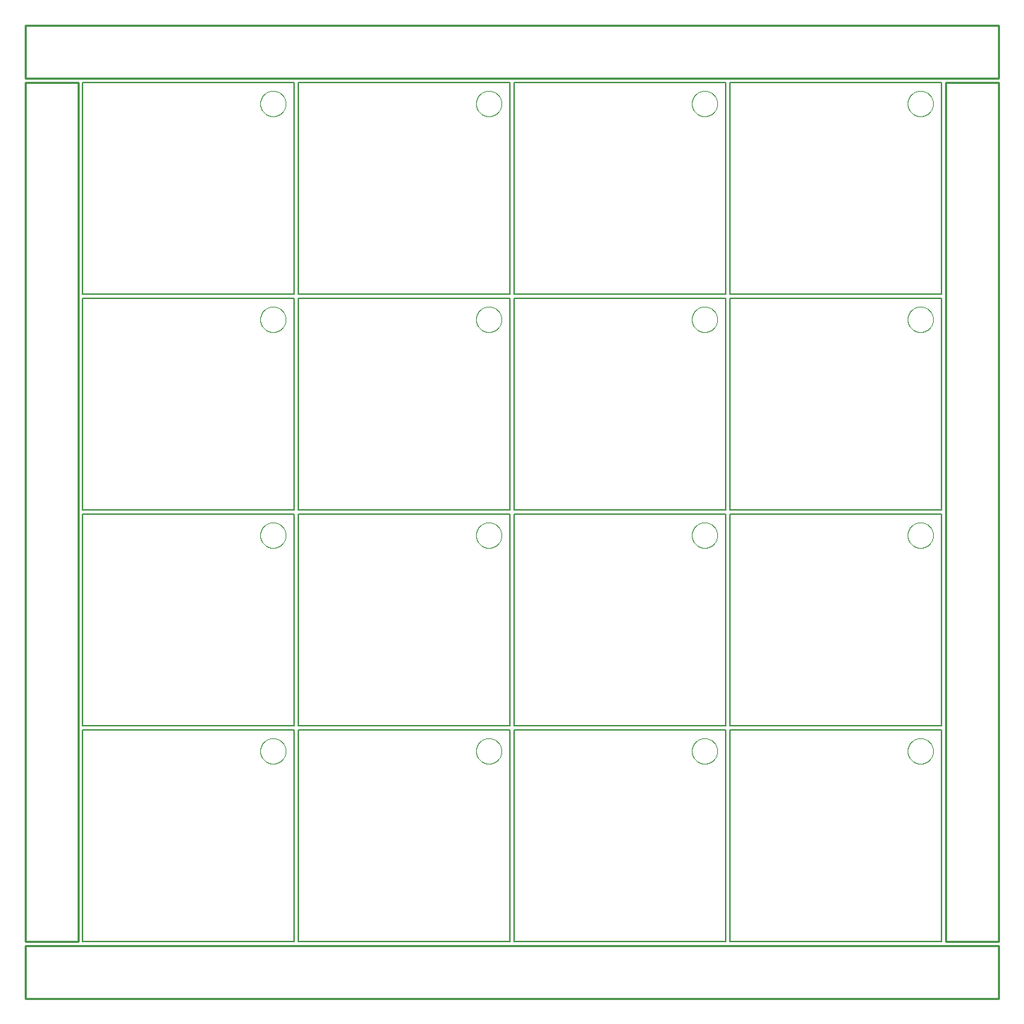
<source format=gko>
G75*
%MOIN*%
%OFA0B0*%
%FSLAX25Y25*%
%IPPOS*%
%LPD*%
%AMOC8*
5,1,8,0,0,1.08239X$1,22.5*
%
%ADD10C,0.00800*%
%ADD11C,0.01000*%
%ADD12C,0.00000*%
D10*
X0108333Y0045000D02*
X0108333Y0145000D01*
X0208333Y0145000D01*
X0208333Y0045000D01*
X0108333Y0045000D01*
X0210333Y0045000D02*
X0210333Y0145000D01*
X0310333Y0145000D01*
X0310333Y0045000D01*
X0210333Y0045000D01*
X0312333Y0045000D02*
X0312333Y0145000D01*
X0412333Y0145000D01*
X0412333Y0045000D01*
X0312333Y0045000D01*
X0414333Y0045000D02*
X0414333Y0145000D01*
X0514333Y0145000D01*
X0514333Y0045000D01*
X0414333Y0045000D01*
X0414333Y0147000D02*
X0414333Y0247000D01*
X0514333Y0247000D01*
X0514333Y0147000D01*
X0414333Y0147000D01*
X0412333Y0147000D02*
X0412333Y0247000D01*
X0312333Y0247000D01*
X0312333Y0147000D01*
X0412333Y0147000D01*
X0310333Y0147000D02*
X0310333Y0247000D01*
X0210333Y0247000D01*
X0210333Y0147000D01*
X0310333Y0147000D01*
X0208333Y0147000D02*
X0208333Y0247000D01*
X0108333Y0247000D01*
X0108333Y0147000D01*
X0208333Y0147000D01*
X0208333Y0249000D02*
X0108333Y0249000D01*
X0108333Y0349000D01*
X0208333Y0349000D01*
X0208333Y0249000D01*
X0210333Y0249000D02*
X0210333Y0349000D01*
X0310333Y0349000D01*
X0310333Y0249000D01*
X0210333Y0249000D01*
X0312333Y0249000D02*
X0312333Y0349000D01*
X0412333Y0349000D01*
X0412333Y0249000D01*
X0312333Y0249000D01*
X0414333Y0249000D02*
X0414333Y0349000D01*
X0514333Y0349000D01*
X0514333Y0249000D01*
X0414333Y0249000D01*
X0414333Y0351000D02*
X0414333Y0451000D01*
X0514333Y0451000D01*
X0514333Y0351000D01*
X0414333Y0351000D01*
X0412333Y0351000D02*
X0412333Y0451000D01*
X0312333Y0451000D01*
X0312333Y0351000D01*
X0412333Y0351000D01*
X0310333Y0351000D02*
X0310333Y0451000D01*
X0210333Y0451000D01*
X0210333Y0351000D01*
X0310333Y0351000D01*
X0208333Y0351000D02*
X0208333Y0451000D01*
X0108333Y0451000D01*
X0108333Y0351000D01*
X0208333Y0351000D01*
D11*
X0081333Y0043000D02*
X0081333Y0018000D01*
X0541333Y0018000D01*
X0541333Y0043000D01*
X0081333Y0043000D01*
X0081333Y0045000D02*
X0081333Y0451000D01*
X0106333Y0451000D01*
X0106333Y0045000D01*
X0081333Y0045000D01*
X0516333Y0045000D02*
X0516333Y0451000D01*
X0541333Y0451000D01*
X0541333Y0045000D01*
X0516333Y0045000D01*
X0541333Y0453000D02*
X0081333Y0453000D01*
X0081333Y0478000D01*
X0541333Y0478000D01*
X0541333Y0453000D01*
D12*
X0498333Y0441000D02*
X0498335Y0441154D01*
X0498341Y0441309D01*
X0498351Y0441463D01*
X0498365Y0441617D01*
X0498383Y0441770D01*
X0498404Y0441923D01*
X0498430Y0442076D01*
X0498460Y0442227D01*
X0498493Y0442378D01*
X0498531Y0442528D01*
X0498572Y0442677D01*
X0498617Y0442825D01*
X0498666Y0442971D01*
X0498719Y0443117D01*
X0498775Y0443260D01*
X0498835Y0443403D01*
X0498899Y0443543D01*
X0498966Y0443683D01*
X0499037Y0443820D01*
X0499111Y0443955D01*
X0499189Y0444089D01*
X0499270Y0444220D01*
X0499355Y0444349D01*
X0499443Y0444477D01*
X0499534Y0444601D01*
X0499628Y0444724D01*
X0499726Y0444844D01*
X0499826Y0444961D01*
X0499930Y0445076D01*
X0500036Y0445188D01*
X0500145Y0445297D01*
X0500257Y0445403D01*
X0500372Y0445507D01*
X0500489Y0445607D01*
X0500609Y0445705D01*
X0500732Y0445799D01*
X0500856Y0445890D01*
X0500984Y0445978D01*
X0501113Y0446063D01*
X0501244Y0446144D01*
X0501378Y0446222D01*
X0501513Y0446296D01*
X0501650Y0446367D01*
X0501790Y0446434D01*
X0501930Y0446498D01*
X0502073Y0446558D01*
X0502216Y0446614D01*
X0502362Y0446667D01*
X0502508Y0446716D01*
X0502656Y0446761D01*
X0502805Y0446802D01*
X0502955Y0446840D01*
X0503106Y0446873D01*
X0503257Y0446903D01*
X0503410Y0446929D01*
X0503563Y0446950D01*
X0503716Y0446968D01*
X0503870Y0446982D01*
X0504024Y0446992D01*
X0504179Y0446998D01*
X0504333Y0447000D01*
X0504487Y0446998D01*
X0504642Y0446992D01*
X0504796Y0446982D01*
X0504950Y0446968D01*
X0505103Y0446950D01*
X0505256Y0446929D01*
X0505409Y0446903D01*
X0505560Y0446873D01*
X0505711Y0446840D01*
X0505861Y0446802D01*
X0506010Y0446761D01*
X0506158Y0446716D01*
X0506304Y0446667D01*
X0506450Y0446614D01*
X0506593Y0446558D01*
X0506736Y0446498D01*
X0506876Y0446434D01*
X0507016Y0446367D01*
X0507153Y0446296D01*
X0507288Y0446222D01*
X0507422Y0446144D01*
X0507553Y0446063D01*
X0507682Y0445978D01*
X0507810Y0445890D01*
X0507934Y0445799D01*
X0508057Y0445705D01*
X0508177Y0445607D01*
X0508294Y0445507D01*
X0508409Y0445403D01*
X0508521Y0445297D01*
X0508630Y0445188D01*
X0508736Y0445076D01*
X0508840Y0444961D01*
X0508940Y0444844D01*
X0509038Y0444724D01*
X0509132Y0444601D01*
X0509223Y0444477D01*
X0509311Y0444349D01*
X0509396Y0444220D01*
X0509477Y0444089D01*
X0509555Y0443955D01*
X0509629Y0443820D01*
X0509700Y0443683D01*
X0509767Y0443543D01*
X0509831Y0443403D01*
X0509891Y0443260D01*
X0509947Y0443117D01*
X0510000Y0442971D01*
X0510049Y0442825D01*
X0510094Y0442677D01*
X0510135Y0442528D01*
X0510173Y0442378D01*
X0510206Y0442227D01*
X0510236Y0442076D01*
X0510262Y0441923D01*
X0510283Y0441770D01*
X0510301Y0441617D01*
X0510315Y0441463D01*
X0510325Y0441309D01*
X0510331Y0441154D01*
X0510333Y0441000D01*
X0510331Y0440846D01*
X0510325Y0440691D01*
X0510315Y0440537D01*
X0510301Y0440383D01*
X0510283Y0440230D01*
X0510262Y0440077D01*
X0510236Y0439924D01*
X0510206Y0439773D01*
X0510173Y0439622D01*
X0510135Y0439472D01*
X0510094Y0439323D01*
X0510049Y0439175D01*
X0510000Y0439029D01*
X0509947Y0438883D01*
X0509891Y0438740D01*
X0509831Y0438597D01*
X0509767Y0438457D01*
X0509700Y0438317D01*
X0509629Y0438180D01*
X0509555Y0438045D01*
X0509477Y0437911D01*
X0509396Y0437780D01*
X0509311Y0437651D01*
X0509223Y0437523D01*
X0509132Y0437399D01*
X0509038Y0437276D01*
X0508940Y0437156D01*
X0508840Y0437039D01*
X0508736Y0436924D01*
X0508630Y0436812D01*
X0508521Y0436703D01*
X0508409Y0436597D01*
X0508294Y0436493D01*
X0508177Y0436393D01*
X0508057Y0436295D01*
X0507934Y0436201D01*
X0507810Y0436110D01*
X0507682Y0436022D01*
X0507553Y0435937D01*
X0507422Y0435856D01*
X0507288Y0435778D01*
X0507153Y0435704D01*
X0507016Y0435633D01*
X0506876Y0435566D01*
X0506736Y0435502D01*
X0506593Y0435442D01*
X0506450Y0435386D01*
X0506304Y0435333D01*
X0506158Y0435284D01*
X0506010Y0435239D01*
X0505861Y0435198D01*
X0505711Y0435160D01*
X0505560Y0435127D01*
X0505409Y0435097D01*
X0505256Y0435071D01*
X0505103Y0435050D01*
X0504950Y0435032D01*
X0504796Y0435018D01*
X0504642Y0435008D01*
X0504487Y0435002D01*
X0504333Y0435000D01*
X0504179Y0435002D01*
X0504024Y0435008D01*
X0503870Y0435018D01*
X0503716Y0435032D01*
X0503563Y0435050D01*
X0503410Y0435071D01*
X0503257Y0435097D01*
X0503106Y0435127D01*
X0502955Y0435160D01*
X0502805Y0435198D01*
X0502656Y0435239D01*
X0502508Y0435284D01*
X0502362Y0435333D01*
X0502216Y0435386D01*
X0502073Y0435442D01*
X0501930Y0435502D01*
X0501790Y0435566D01*
X0501650Y0435633D01*
X0501513Y0435704D01*
X0501378Y0435778D01*
X0501244Y0435856D01*
X0501113Y0435937D01*
X0500984Y0436022D01*
X0500856Y0436110D01*
X0500732Y0436201D01*
X0500609Y0436295D01*
X0500489Y0436393D01*
X0500372Y0436493D01*
X0500257Y0436597D01*
X0500145Y0436703D01*
X0500036Y0436812D01*
X0499930Y0436924D01*
X0499826Y0437039D01*
X0499726Y0437156D01*
X0499628Y0437276D01*
X0499534Y0437399D01*
X0499443Y0437523D01*
X0499355Y0437651D01*
X0499270Y0437780D01*
X0499189Y0437911D01*
X0499111Y0438045D01*
X0499037Y0438180D01*
X0498966Y0438317D01*
X0498899Y0438457D01*
X0498835Y0438597D01*
X0498775Y0438740D01*
X0498719Y0438883D01*
X0498666Y0439029D01*
X0498617Y0439175D01*
X0498572Y0439323D01*
X0498531Y0439472D01*
X0498493Y0439622D01*
X0498460Y0439773D01*
X0498430Y0439924D01*
X0498404Y0440077D01*
X0498383Y0440230D01*
X0498365Y0440383D01*
X0498351Y0440537D01*
X0498341Y0440691D01*
X0498335Y0440846D01*
X0498333Y0441000D01*
X0396333Y0441000D02*
X0396335Y0441154D01*
X0396341Y0441309D01*
X0396351Y0441463D01*
X0396365Y0441617D01*
X0396383Y0441770D01*
X0396404Y0441923D01*
X0396430Y0442076D01*
X0396460Y0442227D01*
X0396493Y0442378D01*
X0396531Y0442528D01*
X0396572Y0442677D01*
X0396617Y0442825D01*
X0396666Y0442971D01*
X0396719Y0443117D01*
X0396775Y0443260D01*
X0396835Y0443403D01*
X0396899Y0443543D01*
X0396966Y0443683D01*
X0397037Y0443820D01*
X0397111Y0443955D01*
X0397189Y0444089D01*
X0397270Y0444220D01*
X0397355Y0444349D01*
X0397443Y0444477D01*
X0397534Y0444601D01*
X0397628Y0444724D01*
X0397726Y0444844D01*
X0397826Y0444961D01*
X0397930Y0445076D01*
X0398036Y0445188D01*
X0398145Y0445297D01*
X0398257Y0445403D01*
X0398372Y0445507D01*
X0398489Y0445607D01*
X0398609Y0445705D01*
X0398732Y0445799D01*
X0398856Y0445890D01*
X0398984Y0445978D01*
X0399113Y0446063D01*
X0399244Y0446144D01*
X0399378Y0446222D01*
X0399513Y0446296D01*
X0399650Y0446367D01*
X0399790Y0446434D01*
X0399930Y0446498D01*
X0400073Y0446558D01*
X0400216Y0446614D01*
X0400362Y0446667D01*
X0400508Y0446716D01*
X0400656Y0446761D01*
X0400805Y0446802D01*
X0400955Y0446840D01*
X0401106Y0446873D01*
X0401257Y0446903D01*
X0401410Y0446929D01*
X0401563Y0446950D01*
X0401716Y0446968D01*
X0401870Y0446982D01*
X0402024Y0446992D01*
X0402179Y0446998D01*
X0402333Y0447000D01*
X0402487Y0446998D01*
X0402642Y0446992D01*
X0402796Y0446982D01*
X0402950Y0446968D01*
X0403103Y0446950D01*
X0403256Y0446929D01*
X0403409Y0446903D01*
X0403560Y0446873D01*
X0403711Y0446840D01*
X0403861Y0446802D01*
X0404010Y0446761D01*
X0404158Y0446716D01*
X0404304Y0446667D01*
X0404450Y0446614D01*
X0404593Y0446558D01*
X0404736Y0446498D01*
X0404876Y0446434D01*
X0405016Y0446367D01*
X0405153Y0446296D01*
X0405288Y0446222D01*
X0405422Y0446144D01*
X0405553Y0446063D01*
X0405682Y0445978D01*
X0405810Y0445890D01*
X0405934Y0445799D01*
X0406057Y0445705D01*
X0406177Y0445607D01*
X0406294Y0445507D01*
X0406409Y0445403D01*
X0406521Y0445297D01*
X0406630Y0445188D01*
X0406736Y0445076D01*
X0406840Y0444961D01*
X0406940Y0444844D01*
X0407038Y0444724D01*
X0407132Y0444601D01*
X0407223Y0444477D01*
X0407311Y0444349D01*
X0407396Y0444220D01*
X0407477Y0444089D01*
X0407555Y0443955D01*
X0407629Y0443820D01*
X0407700Y0443683D01*
X0407767Y0443543D01*
X0407831Y0443403D01*
X0407891Y0443260D01*
X0407947Y0443117D01*
X0408000Y0442971D01*
X0408049Y0442825D01*
X0408094Y0442677D01*
X0408135Y0442528D01*
X0408173Y0442378D01*
X0408206Y0442227D01*
X0408236Y0442076D01*
X0408262Y0441923D01*
X0408283Y0441770D01*
X0408301Y0441617D01*
X0408315Y0441463D01*
X0408325Y0441309D01*
X0408331Y0441154D01*
X0408333Y0441000D01*
X0408331Y0440846D01*
X0408325Y0440691D01*
X0408315Y0440537D01*
X0408301Y0440383D01*
X0408283Y0440230D01*
X0408262Y0440077D01*
X0408236Y0439924D01*
X0408206Y0439773D01*
X0408173Y0439622D01*
X0408135Y0439472D01*
X0408094Y0439323D01*
X0408049Y0439175D01*
X0408000Y0439029D01*
X0407947Y0438883D01*
X0407891Y0438740D01*
X0407831Y0438597D01*
X0407767Y0438457D01*
X0407700Y0438317D01*
X0407629Y0438180D01*
X0407555Y0438045D01*
X0407477Y0437911D01*
X0407396Y0437780D01*
X0407311Y0437651D01*
X0407223Y0437523D01*
X0407132Y0437399D01*
X0407038Y0437276D01*
X0406940Y0437156D01*
X0406840Y0437039D01*
X0406736Y0436924D01*
X0406630Y0436812D01*
X0406521Y0436703D01*
X0406409Y0436597D01*
X0406294Y0436493D01*
X0406177Y0436393D01*
X0406057Y0436295D01*
X0405934Y0436201D01*
X0405810Y0436110D01*
X0405682Y0436022D01*
X0405553Y0435937D01*
X0405422Y0435856D01*
X0405288Y0435778D01*
X0405153Y0435704D01*
X0405016Y0435633D01*
X0404876Y0435566D01*
X0404736Y0435502D01*
X0404593Y0435442D01*
X0404450Y0435386D01*
X0404304Y0435333D01*
X0404158Y0435284D01*
X0404010Y0435239D01*
X0403861Y0435198D01*
X0403711Y0435160D01*
X0403560Y0435127D01*
X0403409Y0435097D01*
X0403256Y0435071D01*
X0403103Y0435050D01*
X0402950Y0435032D01*
X0402796Y0435018D01*
X0402642Y0435008D01*
X0402487Y0435002D01*
X0402333Y0435000D01*
X0402179Y0435002D01*
X0402024Y0435008D01*
X0401870Y0435018D01*
X0401716Y0435032D01*
X0401563Y0435050D01*
X0401410Y0435071D01*
X0401257Y0435097D01*
X0401106Y0435127D01*
X0400955Y0435160D01*
X0400805Y0435198D01*
X0400656Y0435239D01*
X0400508Y0435284D01*
X0400362Y0435333D01*
X0400216Y0435386D01*
X0400073Y0435442D01*
X0399930Y0435502D01*
X0399790Y0435566D01*
X0399650Y0435633D01*
X0399513Y0435704D01*
X0399378Y0435778D01*
X0399244Y0435856D01*
X0399113Y0435937D01*
X0398984Y0436022D01*
X0398856Y0436110D01*
X0398732Y0436201D01*
X0398609Y0436295D01*
X0398489Y0436393D01*
X0398372Y0436493D01*
X0398257Y0436597D01*
X0398145Y0436703D01*
X0398036Y0436812D01*
X0397930Y0436924D01*
X0397826Y0437039D01*
X0397726Y0437156D01*
X0397628Y0437276D01*
X0397534Y0437399D01*
X0397443Y0437523D01*
X0397355Y0437651D01*
X0397270Y0437780D01*
X0397189Y0437911D01*
X0397111Y0438045D01*
X0397037Y0438180D01*
X0396966Y0438317D01*
X0396899Y0438457D01*
X0396835Y0438597D01*
X0396775Y0438740D01*
X0396719Y0438883D01*
X0396666Y0439029D01*
X0396617Y0439175D01*
X0396572Y0439323D01*
X0396531Y0439472D01*
X0396493Y0439622D01*
X0396460Y0439773D01*
X0396430Y0439924D01*
X0396404Y0440077D01*
X0396383Y0440230D01*
X0396365Y0440383D01*
X0396351Y0440537D01*
X0396341Y0440691D01*
X0396335Y0440846D01*
X0396333Y0441000D01*
X0294333Y0441000D02*
X0294335Y0441154D01*
X0294341Y0441309D01*
X0294351Y0441463D01*
X0294365Y0441617D01*
X0294383Y0441770D01*
X0294404Y0441923D01*
X0294430Y0442076D01*
X0294460Y0442227D01*
X0294493Y0442378D01*
X0294531Y0442528D01*
X0294572Y0442677D01*
X0294617Y0442825D01*
X0294666Y0442971D01*
X0294719Y0443117D01*
X0294775Y0443260D01*
X0294835Y0443403D01*
X0294899Y0443543D01*
X0294966Y0443683D01*
X0295037Y0443820D01*
X0295111Y0443955D01*
X0295189Y0444089D01*
X0295270Y0444220D01*
X0295355Y0444349D01*
X0295443Y0444477D01*
X0295534Y0444601D01*
X0295628Y0444724D01*
X0295726Y0444844D01*
X0295826Y0444961D01*
X0295930Y0445076D01*
X0296036Y0445188D01*
X0296145Y0445297D01*
X0296257Y0445403D01*
X0296372Y0445507D01*
X0296489Y0445607D01*
X0296609Y0445705D01*
X0296732Y0445799D01*
X0296856Y0445890D01*
X0296984Y0445978D01*
X0297113Y0446063D01*
X0297244Y0446144D01*
X0297378Y0446222D01*
X0297513Y0446296D01*
X0297650Y0446367D01*
X0297790Y0446434D01*
X0297930Y0446498D01*
X0298073Y0446558D01*
X0298216Y0446614D01*
X0298362Y0446667D01*
X0298508Y0446716D01*
X0298656Y0446761D01*
X0298805Y0446802D01*
X0298955Y0446840D01*
X0299106Y0446873D01*
X0299257Y0446903D01*
X0299410Y0446929D01*
X0299563Y0446950D01*
X0299716Y0446968D01*
X0299870Y0446982D01*
X0300024Y0446992D01*
X0300179Y0446998D01*
X0300333Y0447000D01*
X0300487Y0446998D01*
X0300642Y0446992D01*
X0300796Y0446982D01*
X0300950Y0446968D01*
X0301103Y0446950D01*
X0301256Y0446929D01*
X0301409Y0446903D01*
X0301560Y0446873D01*
X0301711Y0446840D01*
X0301861Y0446802D01*
X0302010Y0446761D01*
X0302158Y0446716D01*
X0302304Y0446667D01*
X0302450Y0446614D01*
X0302593Y0446558D01*
X0302736Y0446498D01*
X0302876Y0446434D01*
X0303016Y0446367D01*
X0303153Y0446296D01*
X0303288Y0446222D01*
X0303422Y0446144D01*
X0303553Y0446063D01*
X0303682Y0445978D01*
X0303810Y0445890D01*
X0303934Y0445799D01*
X0304057Y0445705D01*
X0304177Y0445607D01*
X0304294Y0445507D01*
X0304409Y0445403D01*
X0304521Y0445297D01*
X0304630Y0445188D01*
X0304736Y0445076D01*
X0304840Y0444961D01*
X0304940Y0444844D01*
X0305038Y0444724D01*
X0305132Y0444601D01*
X0305223Y0444477D01*
X0305311Y0444349D01*
X0305396Y0444220D01*
X0305477Y0444089D01*
X0305555Y0443955D01*
X0305629Y0443820D01*
X0305700Y0443683D01*
X0305767Y0443543D01*
X0305831Y0443403D01*
X0305891Y0443260D01*
X0305947Y0443117D01*
X0306000Y0442971D01*
X0306049Y0442825D01*
X0306094Y0442677D01*
X0306135Y0442528D01*
X0306173Y0442378D01*
X0306206Y0442227D01*
X0306236Y0442076D01*
X0306262Y0441923D01*
X0306283Y0441770D01*
X0306301Y0441617D01*
X0306315Y0441463D01*
X0306325Y0441309D01*
X0306331Y0441154D01*
X0306333Y0441000D01*
X0306331Y0440846D01*
X0306325Y0440691D01*
X0306315Y0440537D01*
X0306301Y0440383D01*
X0306283Y0440230D01*
X0306262Y0440077D01*
X0306236Y0439924D01*
X0306206Y0439773D01*
X0306173Y0439622D01*
X0306135Y0439472D01*
X0306094Y0439323D01*
X0306049Y0439175D01*
X0306000Y0439029D01*
X0305947Y0438883D01*
X0305891Y0438740D01*
X0305831Y0438597D01*
X0305767Y0438457D01*
X0305700Y0438317D01*
X0305629Y0438180D01*
X0305555Y0438045D01*
X0305477Y0437911D01*
X0305396Y0437780D01*
X0305311Y0437651D01*
X0305223Y0437523D01*
X0305132Y0437399D01*
X0305038Y0437276D01*
X0304940Y0437156D01*
X0304840Y0437039D01*
X0304736Y0436924D01*
X0304630Y0436812D01*
X0304521Y0436703D01*
X0304409Y0436597D01*
X0304294Y0436493D01*
X0304177Y0436393D01*
X0304057Y0436295D01*
X0303934Y0436201D01*
X0303810Y0436110D01*
X0303682Y0436022D01*
X0303553Y0435937D01*
X0303422Y0435856D01*
X0303288Y0435778D01*
X0303153Y0435704D01*
X0303016Y0435633D01*
X0302876Y0435566D01*
X0302736Y0435502D01*
X0302593Y0435442D01*
X0302450Y0435386D01*
X0302304Y0435333D01*
X0302158Y0435284D01*
X0302010Y0435239D01*
X0301861Y0435198D01*
X0301711Y0435160D01*
X0301560Y0435127D01*
X0301409Y0435097D01*
X0301256Y0435071D01*
X0301103Y0435050D01*
X0300950Y0435032D01*
X0300796Y0435018D01*
X0300642Y0435008D01*
X0300487Y0435002D01*
X0300333Y0435000D01*
X0300179Y0435002D01*
X0300024Y0435008D01*
X0299870Y0435018D01*
X0299716Y0435032D01*
X0299563Y0435050D01*
X0299410Y0435071D01*
X0299257Y0435097D01*
X0299106Y0435127D01*
X0298955Y0435160D01*
X0298805Y0435198D01*
X0298656Y0435239D01*
X0298508Y0435284D01*
X0298362Y0435333D01*
X0298216Y0435386D01*
X0298073Y0435442D01*
X0297930Y0435502D01*
X0297790Y0435566D01*
X0297650Y0435633D01*
X0297513Y0435704D01*
X0297378Y0435778D01*
X0297244Y0435856D01*
X0297113Y0435937D01*
X0296984Y0436022D01*
X0296856Y0436110D01*
X0296732Y0436201D01*
X0296609Y0436295D01*
X0296489Y0436393D01*
X0296372Y0436493D01*
X0296257Y0436597D01*
X0296145Y0436703D01*
X0296036Y0436812D01*
X0295930Y0436924D01*
X0295826Y0437039D01*
X0295726Y0437156D01*
X0295628Y0437276D01*
X0295534Y0437399D01*
X0295443Y0437523D01*
X0295355Y0437651D01*
X0295270Y0437780D01*
X0295189Y0437911D01*
X0295111Y0438045D01*
X0295037Y0438180D01*
X0294966Y0438317D01*
X0294899Y0438457D01*
X0294835Y0438597D01*
X0294775Y0438740D01*
X0294719Y0438883D01*
X0294666Y0439029D01*
X0294617Y0439175D01*
X0294572Y0439323D01*
X0294531Y0439472D01*
X0294493Y0439622D01*
X0294460Y0439773D01*
X0294430Y0439924D01*
X0294404Y0440077D01*
X0294383Y0440230D01*
X0294365Y0440383D01*
X0294351Y0440537D01*
X0294341Y0440691D01*
X0294335Y0440846D01*
X0294333Y0441000D01*
X0192333Y0441000D02*
X0192335Y0441154D01*
X0192341Y0441309D01*
X0192351Y0441463D01*
X0192365Y0441617D01*
X0192383Y0441770D01*
X0192404Y0441923D01*
X0192430Y0442076D01*
X0192460Y0442227D01*
X0192493Y0442378D01*
X0192531Y0442528D01*
X0192572Y0442677D01*
X0192617Y0442825D01*
X0192666Y0442971D01*
X0192719Y0443117D01*
X0192775Y0443260D01*
X0192835Y0443403D01*
X0192899Y0443543D01*
X0192966Y0443683D01*
X0193037Y0443820D01*
X0193111Y0443955D01*
X0193189Y0444089D01*
X0193270Y0444220D01*
X0193355Y0444349D01*
X0193443Y0444477D01*
X0193534Y0444601D01*
X0193628Y0444724D01*
X0193726Y0444844D01*
X0193826Y0444961D01*
X0193930Y0445076D01*
X0194036Y0445188D01*
X0194145Y0445297D01*
X0194257Y0445403D01*
X0194372Y0445507D01*
X0194489Y0445607D01*
X0194609Y0445705D01*
X0194732Y0445799D01*
X0194856Y0445890D01*
X0194984Y0445978D01*
X0195113Y0446063D01*
X0195244Y0446144D01*
X0195378Y0446222D01*
X0195513Y0446296D01*
X0195650Y0446367D01*
X0195790Y0446434D01*
X0195930Y0446498D01*
X0196073Y0446558D01*
X0196216Y0446614D01*
X0196362Y0446667D01*
X0196508Y0446716D01*
X0196656Y0446761D01*
X0196805Y0446802D01*
X0196955Y0446840D01*
X0197106Y0446873D01*
X0197257Y0446903D01*
X0197410Y0446929D01*
X0197563Y0446950D01*
X0197716Y0446968D01*
X0197870Y0446982D01*
X0198024Y0446992D01*
X0198179Y0446998D01*
X0198333Y0447000D01*
X0198487Y0446998D01*
X0198642Y0446992D01*
X0198796Y0446982D01*
X0198950Y0446968D01*
X0199103Y0446950D01*
X0199256Y0446929D01*
X0199409Y0446903D01*
X0199560Y0446873D01*
X0199711Y0446840D01*
X0199861Y0446802D01*
X0200010Y0446761D01*
X0200158Y0446716D01*
X0200304Y0446667D01*
X0200450Y0446614D01*
X0200593Y0446558D01*
X0200736Y0446498D01*
X0200876Y0446434D01*
X0201016Y0446367D01*
X0201153Y0446296D01*
X0201288Y0446222D01*
X0201422Y0446144D01*
X0201553Y0446063D01*
X0201682Y0445978D01*
X0201810Y0445890D01*
X0201934Y0445799D01*
X0202057Y0445705D01*
X0202177Y0445607D01*
X0202294Y0445507D01*
X0202409Y0445403D01*
X0202521Y0445297D01*
X0202630Y0445188D01*
X0202736Y0445076D01*
X0202840Y0444961D01*
X0202940Y0444844D01*
X0203038Y0444724D01*
X0203132Y0444601D01*
X0203223Y0444477D01*
X0203311Y0444349D01*
X0203396Y0444220D01*
X0203477Y0444089D01*
X0203555Y0443955D01*
X0203629Y0443820D01*
X0203700Y0443683D01*
X0203767Y0443543D01*
X0203831Y0443403D01*
X0203891Y0443260D01*
X0203947Y0443117D01*
X0204000Y0442971D01*
X0204049Y0442825D01*
X0204094Y0442677D01*
X0204135Y0442528D01*
X0204173Y0442378D01*
X0204206Y0442227D01*
X0204236Y0442076D01*
X0204262Y0441923D01*
X0204283Y0441770D01*
X0204301Y0441617D01*
X0204315Y0441463D01*
X0204325Y0441309D01*
X0204331Y0441154D01*
X0204333Y0441000D01*
X0204331Y0440846D01*
X0204325Y0440691D01*
X0204315Y0440537D01*
X0204301Y0440383D01*
X0204283Y0440230D01*
X0204262Y0440077D01*
X0204236Y0439924D01*
X0204206Y0439773D01*
X0204173Y0439622D01*
X0204135Y0439472D01*
X0204094Y0439323D01*
X0204049Y0439175D01*
X0204000Y0439029D01*
X0203947Y0438883D01*
X0203891Y0438740D01*
X0203831Y0438597D01*
X0203767Y0438457D01*
X0203700Y0438317D01*
X0203629Y0438180D01*
X0203555Y0438045D01*
X0203477Y0437911D01*
X0203396Y0437780D01*
X0203311Y0437651D01*
X0203223Y0437523D01*
X0203132Y0437399D01*
X0203038Y0437276D01*
X0202940Y0437156D01*
X0202840Y0437039D01*
X0202736Y0436924D01*
X0202630Y0436812D01*
X0202521Y0436703D01*
X0202409Y0436597D01*
X0202294Y0436493D01*
X0202177Y0436393D01*
X0202057Y0436295D01*
X0201934Y0436201D01*
X0201810Y0436110D01*
X0201682Y0436022D01*
X0201553Y0435937D01*
X0201422Y0435856D01*
X0201288Y0435778D01*
X0201153Y0435704D01*
X0201016Y0435633D01*
X0200876Y0435566D01*
X0200736Y0435502D01*
X0200593Y0435442D01*
X0200450Y0435386D01*
X0200304Y0435333D01*
X0200158Y0435284D01*
X0200010Y0435239D01*
X0199861Y0435198D01*
X0199711Y0435160D01*
X0199560Y0435127D01*
X0199409Y0435097D01*
X0199256Y0435071D01*
X0199103Y0435050D01*
X0198950Y0435032D01*
X0198796Y0435018D01*
X0198642Y0435008D01*
X0198487Y0435002D01*
X0198333Y0435000D01*
X0198179Y0435002D01*
X0198024Y0435008D01*
X0197870Y0435018D01*
X0197716Y0435032D01*
X0197563Y0435050D01*
X0197410Y0435071D01*
X0197257Y0435097D01*
X0197106Y0435127D01*
X0196955Y0435160D01*
X0196805Y0435198D01*
X0196656Y0435239D01*
X0196508Y0435284D01*
X0196362Y0435333D01*
X0196216Y0435386D01*
X0196073Y0435442D01*
X0195930Y0435502D01*
X0195790Y0435566D01*
X0195650Y0435633D01*
X0195513Y0435704D01*
X0195378Y0435778D01*
X0195244Y0435856D01*
X0195113Y0435937D01*
X0194984Y0436022D01*
X0194856Y0436110D01*
X0194732Y0436201D01*
X0194609Y0436295D01*
X0194489Y0436393D01*
X0194372Y0436493D01*
X0194257Y0436597D01*
X0194145Y0436703D01*
X0194036Y0436812D01*
X0193930Y0436924D01*
X0193826Y0437039D01*
X0193726Y0437156D01*
X0193628Y0437276D01*
X0193534Y0437399D01*
X0193443Y0437523D01*
X0193355Y0437651D01*
X0193270Y0437780D01*
X0193189Y0437911D01*
X0193111Y0438045D01*
X0193037Y0438180D01*
X0192966Y0438317D01*
X0192899Y0438457D01*
X0192835Y0438597D01*
X0192775Y0438740D01*
X0192719Y0438883D01*
X0192666Y0439029D01*
X0192617Y0439175D01*
X0192572Y0439323D01*
X0192531Y0439472D01*
X0192493Y0439622D01*
X0192460Y0439773D01*
X0192430Y0439924D01*
X0192404Y0440077D01*
X0192383Y0440230D01*
X0192365Y0440383D01*
X0192351Y0440537D01*
X0192341Y0440691D01*
X0192335Y0440846D01*
X0192333Y0441000D01*
X0192333Y0339000D02*
X0192335Y0339154D01*
X0192341Y0339309D01*
X0192351Y0339463D01*
X0192365Y0339617D01*
X0192383Y0339770D01*
X0192404Y0339923D01*
X0192430Y0340076D01*
X0192460Y0340227D01*
X0192493Y0340378D01*
X0192531Y0340528D01*
X0192572Y0340677D01*
X0192617Y0340825D01*
X0192666Y0340971D01*
X0192719Y0341117D01*
X0192775Y0341260D01*
X0192835Y0341403D01*
X0192899Y0341543D01*
X0192966Y0341683D01*
X0193037Y0341820D01*
X0193111Y0341955D01*
X0193189Y0342089D01*
X0193270Y0342220D01*
X0193355Y0342349D01*
X0193443Y0342477D01*
X0193534Y0342601D01*
X0193628Y0342724D01*
X0193726Y0342844D01*
X0193826Y0342961D01*
X0193930Y0343076D01*
X0194036Y0343188D01*
X0194145Y0343297D01*
X0194257Y0343403D01*
X0194372Y0343507D01*
X0194489Y0343607D01*
X0194609Y0343705D01*
X0194732Y0343799D01*
X0194856Y0343890D01*
X0194984Y0343978D01*
X0195113Y0344063D01*
X0195244Y0344144D01*
X0195378Y0344222D01*
X0195513Y0344296D01*
X0195650Y0344367D01*
X0195790Y0344434D01*
X0195930Y0344498D01*
X0196073Y0344558D01*
X0196216Y0344614D01*
X0196362Y0344667D01*
X0196508Y0344716D01*
X0196656Y0344761D01*
X0196805Y0344802D01*
X0196955Y0344840D01*
X0197106Y0344873D01*
X0197257Y0344903D01*
X0197410Y0344929D01*
X0197563Y0344950D01*
X0197716Y0344968D01*
X0197870Y0344982D01*
X0198024Y0344992D01*
X0198179Y0344998D01*
X0198333Y0345000D01*
X0198487Y0344998D01*
X0198642Y0344992D01*
X0198796Y0344982D01*
X0198950Y0344968D01*
X0199103Y0344950D01*
X0199256Y0344929D01*
X0199409Y0344903D01*
X0199560Y0344873D01*
X0199711Y0344840D01*
X0199861Y0344802D01*
X0200010Y0344761D01*
X0200158Y0344716D01*
X0200304Y0344667D01*
X0200450Y0344614D01*
X0200593Y0344558D01*
X0200736Y0344498D01*
X0200876Y0344434D01*
X0201016Y0344367D01*
X0201153Y0344296D01*
X0201288Y0344222D01*
X0201422Y0344144D01*
X0201553Y0344063D01*
X0201682Y0343978D01*
X0201810Y0343890D01*
X0201934Y0343799D01*
X0202057Y0343705D01*
X0202177Y0343607D01*
X0202294Y0343507D01*
X0202409Y0343403D01*
X0202521Y0343297D01*
X0202630Y0343188D01*
X0202736Y0343076D01*
X0202840Y0342961D01*
X0202940Y0342844D01*
X0203038Y0342724D01*
X0203132Y0342601D01*
X0203223Y0342477D01*
X0203311Y0342349D01*
X0203396Y0342220D01*
X0203477Y0342089D01*
X0203555Y0341955D01*
X0203629Y0341820D01*
X0203700Y0341683D01*
X0203767Y0341543D01*
X0203831Y0341403D01*
X0203891Y0341260D01*
X0203947Y0341117D01*
X0204000Y0340971D01*
X0204049Y0340825D01*
X0204094Y0340677D01*
X0204135Y0340528D01*
X0204173Y0340378D01*
X0204206Y0340227D01*
X0204236Y0340076D01*
X0204262Y0339923D01*
X0204283Y0339770D01*
X0204301Y0339617D01*
X0204315Y0339463D01*
X0204325Y0339309D01*
X0204331Y0339154D01*
X0204333Y0339000D01*
X0204331Y0338846D01*
X0204325Y0338691D01*
X0204315Y0338537D01*
X0204301Y0338383D01*
X0204283Y0338230D01*
X0204262Y0338077D01*
X0204236Y0337924D01*
X0204206Y0337773D01*
X0204173Y0337622D01*
X0204135Y0337472D01*
X0204094Y0337323D01*
X0204049Y0337175D01*
X0204000Y0337029D01*
X0203947Y0336883D01*
X0203891Y0336740D01*
X0203831Y0336597D01*
X0203767Y0336457D01*
X0203700Y0336317D01*
X0203629Y0336180D01*
X0203555Y0336045D01*
X0203477Y0335911D01*
X0203396Y0335780D01*
X0203311Y0335651D01*
X0203223Y0335523D01*
X0203132Y0335399D01*
X0203038Y0335276D01*
X0202940Y0335156D01*
X0202840Y0335039D01*
X0202736Y0334924D01*
X0202630Y0334812D01*
X0202521Y0334703D01*
X0202409Y0334597D01*
X0202294Y0334493D01*
X0202177Y0334393D01*
X0202057Y0334295D01*
X0201934Y0334201D01*
X0201810Y0334110D01*
X0201682Y0334022D01*
X0201553Y0333937D01*
X0201422Y0333856D01*
X0201288Y0333778D01*
X0201153Y0333704D01*
X0201016Y0333633D01*
X0200876Y0333566D01*
X0200736Y0333502D01*
X0200593Y0333442D01*
X0200450Y0333386D01*
X0200304Y0333333D01*
X0200158Y0333284D01*
X0200010Y0333239D01*
X0199861Y0333198D01*
X0199711Y0333160D01*
X0199560Y0333127D01*
X0199409Y0333097D01*
X0199256Y0333071D01*
X0199103Y0333050D01*
X0198950Y0333032D01*
X0198796Y0333018D01*
X0198642Y0333008D01*
X0198487Y0333002D01*
X0198333Y0333000D01*
X0198179Y0333002D01*
X0198024Y0333008D01*
X0197870Y0333018D01*
X0197716Y0333032D01*
X0197563Y0333050D01*
X0197410Y0333071D01*
X0197257Y0333097D01*
X0197106Y0333127D01*
X0196955Y0333160D01*
X0196805Y0333198D01*
X0196656Y0333239D01*
X0196508Y0333284D01*
X0196362Y0333333D01*
X0196216Y0333386D01*
X0196073Y0333442D01*
X0195930Y0333502D01*
X0195790Y0333566D01*
X0195650Y0333633D01*
X0195513Y0333704D01*
X0195378Y0333778D01*
X0195244Y0333856D01*
X0195113Y0333937D01*
X0194984Y0334022D01*
X0194856Y0334110D01*
X0194732Y0334201D01*
X0194609Y0334295D01*
X0194489Y0334393D01*
X0194372Y0334493D01*
X0194257Y0334597D01*
X0194145Y0334703D01*
X0194036Y0334812D01*
X0193930Y0334924D01*
X0193826Y0335039D01*
X0193726Y0335156D01*
X0193628Y0335276D01*
X0193534Y0335399D01*
X0193443Y0335523D01*
X0193355Y0335651D01*
X0193270Y0335780D01*
X0193189Y0335911D01*
X0193111Y0336045D01*
X0193037Y0336180D01*
X0192966Y0336317D01*
X0192899Y0336457D01*
X0192835Y0336597D01*
X0192775Y0336740D01*
X0192719Y0336883D01*
X0192666Y0337029D01*
X0192617Y0337175D01*
X0192572Y0337323D01*
X0192531Y0337472D01*
X0192493Y0337622D01*
X0192460Y0337773D01*
X0192430Y0337924D01*
X0192404Y0338077D01*
X0192383Y0338230D01*
X0192365Y0338383D01*
X0192351Y0338537D01*
X0192341Y0338691D01*
X0192335Y0338846D01*
X0192333Y0339000D01*
X0294333Y0339000D02*
X0294335Y0339154D01*
X0294341Y0339309D01*
X0294351Y0339463D01*
X0294365Y0339617D01*
X0294383Y0339770D01*
X0294404Y0339923D01*
X0294430Y0340076D01*
X0294460Y0340227D01*
X0294493Y0340378D01*
X0294531Y0340528D01*
X0294572Y0340677D01*
X0294617Y0340825D01*
X0294666Y0340971D01*
X0294719Y0341117D01*
X0294775Y0341260D01*
X0294835Y0341403D01*
X0294899Y0341543D01*
X0294966Y0341683D01*
X0295037Y0341820D01*
X0295111Y0341955D01*
X0295189Y0342089D01*
X0295270Y0342220D01*
X0295355Y0342349D01*
X0295443Y0342477D01*
X0295534Y0342601D01*
X0295628Y0342724D01*
X0295726Y0342844D01*
X0295826Y0342961D01*
X0295930Y0343076D01*
X0296036Y0343188D01*
X0296145Y0343297D01*
X0296257Y0343403D01*
X0296372Y0343507D01*
X0296489Y0343607D01*
X0296609Y0343705D01*
X0296732Y0343799D01*
X0296856Y0343890D01*
X0296984Y0343978D01*
X0297113Y0344063D01*
X0297244Y0344144D01*
X0297378Y0344222D01*
X0297513Y0344296D01*
X0297650Y0344367D01*
X0297790Y0344434D01*
X0297930Y0344498D01*
X0298073Y0344558D01*
X0298216Y0344614D01*
X0298362Y0344667D01*
X0298508Y0344716D01*
X0298656Y0344761D01*
X0298805Y0344802D01*
X0298955Y0344840D01*
X0299106Y0344873D01*
X0299257Y0344903D01*
X0299410Y0344929D01*
X0299563Y0344950D01*
X0299716Y0344968D01*
X0299870Y0344982D01*
X0300024Y0344992D01*
X0300179Y0344998D01*
X0300333Y0345000D01*
X0300487Y0344998D01*
X0300642Y0344992D01*
X0300796Y0344982D01*
X0300950Y0344968D01*
X0301103Y0344950D01*
X0301256Y0344929D01*
X0301409Y0344903D01*
X0301560Y0344873D01*
X0301711Y0344840D01*
X0301861Y0344802D01*
X0302010Y0344761D01*
X0302158Y0344716D01*
X0302304Y0344667D01*
X0302450Y0344614D01*
X0302593Y0344558D01*
X0302736Y0344498D01*
X0302876Y0344434D01*
X0303016Y0344367D01*
X0303153Y0344296D01*
X0303288Y0344222D01*
X0303422Y0344144D01*
X0303553Y0344063D01*
X0303682Y0343978D01*
X0303810Y0343890D01*
X0303934Y0343799D01*
X0304057Y0343705D01*
X0304177Y0343607D01*
X0304294Y0343507D01*
X0304409Y0343403D01*
X0304521Y0343297D01*
X0304630Y0343188D01*
X0304736Y0343076D01*
X0304840Y0342961D01*
X0304940Y0342844D01*
X0305038Y0342724D01*
X0305132Y0342601D01*
X0305223Y0342477D01*
X0305311Y0342349D01*
X0305396Y0342220D01*
X0305477Y0342089D01*
X0305555Y0341955D01*
X0305629Y0341820D01*
X0305700Y0341683D01*
X0305767Y0341543D01*
X0305831Y0341403D01*
X0305891Y0341260D01*
X0305947Y0341117D01*
X0306000Y0340971D01*
X0306049Y0340825D01*
X0306094Y0340677D01*
X0306135Y0340528D01*
X0306173Y0340378D01*
X0306206Y0340227D01*
X0306236Y0340076D01*
X0306262Y0339923D01*
X0306283Y0339770D01*
X0306301Y0339617D01*
X0306315Y0339463D01*
X0306325Y0339309D01*
X0306331Y0339154D01*
X0306333Y0339000D01*
X0306331Y0338846D01*
X0306325Y0338691D01*
X0306315Y0338537D01*
X0306301Y0338383D01*
X0306283Y0338230D01*
X0306262Y0338077D01*
X0306236Y0337924D01*
X0306206Y0337773D01*
X0306173Y0337622D01*
X0306135Y0337472D01*
X0306094Y0337323D01*
X0306049Y0337175D01*
X0306000Y0337029D01*
X0305947Y0336883D01*
X0305891Y0336740D01*
X0305831Y0336597D01*
X0305767Y0336457D01*
X0305700Y0336317D01*
X0305629Y0336180D01*
X0305555Y0336045D01*
X0305477Y0335911D01*
X0305396Y0335780D01*
X0305311Y0335651D01*
X0305223Y0335523D01*
X0305132Y0335399D01*
X0305038Y0335276D01*
X0304940Y0335156D01*
X0304840Y0335039D01*
X0304736Y0334924D01*
X0304630Y0334812D01*
X0304521Y0334703D01*
X0304409Y0334597D01*
X0304294Y0334493D01*
X0304177Y0334393D01*
X0304057Y0334295D01*
X0303934Y0334201D01*
X0303810Y0334110D01*
X0303682Y0334022D01*
X0303553Y0333937D01*
X0303422Y0333856D01*
X0303288Y0333778D01*
X0303153Y0333704D01*
X0303016Y0333633D01*
X0302876Y0333566D01*
X0302736Y0333502D01*
X0302593Y0333442D01*
X0302450Y0333386D01*
X0302304Y0333333D01*
X0302158Y0333284D01*
X0302010Y0333239D01*
X0301861Y0333198D01*
X0301711Y0333160D01*
X0301560Y0333127D01*
X0301409Y0333097D01*
X0301256Y0333071D01*
X0301103Y0333050D01*
X0300950Y0333032D01*
X0300796Y0333018D01*
X0300642Y0333008D01*
X0300487Y0333002D01*
X0300333Y0333000D01*
X0300179Y0333002D01*
X0300024Y0333008D01*
X0299870Y0333018D01*
X0299716Y0333032D01*
X0299563Y0333050D01*
X0299410Y0333071D01*
X0299257Y0333097D01*
X0299106Y0333127D01*
X0298955Y0333160D01*
X0298805Y0333198D01*
X0298656Y0333239D01*
X0298508Y0333284D01*
X0298362Y0333333D01*
X0298216Y0333386D01*
X0298073Y0333442D01*
X0297930Y0333502D01*
X0297790Y0333566D01*
X0297650Y0333633D01*
X0297513Y0333704D01*
X0297378Y0333778D01*
X0297244Y0333856D01*
X0297113Y0333937D01*
X0296984Y0334022D01*
X0296856Y0334110D01*
X0296732Y0334201D01*
X0296609Y0334295D01*
X0296489Y0334393D01*
X0296372Y0334493D01*
X0296257Y0334597D01*
X0296145Y0334703D01*
X0296036Y0334812D01*
X0295930Y0334924D01*
X0295826Y0335039D01*
X0295726Y0335156D01*
X0295628Y0335276D01*
X0295534Y0335399D01*
X0295443Y0335523D01*
X0295355Y0335651D01*
X0295270Y0335780D01*
X0295189Y0335911D01*
X0295111Y0336045D01*
X0295037Y0336180D01*
X0294966Y0336317D01*
X0294899Y0336457D01*
X0294835Y0336597D01*
X0294775Y0336740D01*
X0294719Y0336883D01*
X0294666Y0337029D01*
X0294617Y0337175D01*
X0294572Y0337323D01*
X0294531Y0337472D01*
X0294493Y0337622D01*
X0294460Y0337773D01*
X0294430Y0337924D01*
X0294404Y0338077D01*
X0294383Y0338230D01*
X0294365Y0338383D01*
X0294351Y0338537D01*
X0294341Y0338691D01*
X0294335Y0338846D01*
X0294333Y0339000D01*
X0396333Y0339000D02*
X0396335Y0339154D01*
X0396341Y0339309D01*
X0396351Y0339463D01*
X0396365Y0339617D01*
X0396383Y0339770D01*
X0396404Y0339923D01*
X0396430Y0340076D01*
X0396460Y0340227D01*
X0396493Y0340378D01*
X0396531Y0340528D01*
X0396572Y0340677D01*
X0396617Y0340825D01*
X0396666Y0340971D01*
X0396719Y0341117D01*
X0396775Y0341260D01*
X0396835Y0341403D01*
X0396899Y0341543D01*
X0396966Y0341683D01*
X0397037Y0341820D01*
X0397111Y0341955D01*
X0397189Y0342089D01*
X0397270Y0342220D01*
X0397355Y0342349D01*
X0397443Y0342477D01*
X0397534Y0342601D01*
X0397628Y0342724D01*
X0397726Y0342844D01*
X0397826Y0342961D01*
X0397930Y0343076D01*
X0398036Y0343188D01*
X0398145Y0343297D01*
X0398257Y0343403D01*
X0398372Y0343507D01*
X0398489Y0343607D01*
X0398609Y0343705D01*
X0398732Y0343799D01*
X0398856Y0343890D01*
X0398984Y0343978D01*
X0399113Y0344063D01*
X0399244Y0344144D01*
X0399378Y0344222D01*
X0399513Y0344296D01*
X0399650Y0344367D01*
X0399790Y0344434D01*
X0399930Y0344498D01*
X0400073Y0344558D01*
X0400216Y0344614D01*
X0400362Y0344667D01*
X0400508Y0344716D01*
X0400656Y0344761D01*
X0400805Y0344802D01*
X0400955Y0344840D01*
X0401106Y0344873D01*
X0401257Y0344903D01*
X0401410Y0344929D01*
X0401563Y0344950D01*
X0401716Y0344968D01*
X0401870Y0344982D01*
X0402024Y0344992D01*
X0402179Y0344998D01*
X0402333Y0345000D01*
X0402487Y0344998D01*
X0402642Y0344992D01*
X0402796Y0344982D01*
X0402950Y0344968D01*
X0403103Y0344950D01*
X0403256Y0344929D01*
X0403409Y0344903D01*
X0403560Y0344873D01*
X0403711Y0344840D01*
X0403861Y0344802D01*
X0404010Y0344761D01*
X0404158Y0344716D01*
X0404304Y0344667D01*
X0404450Y0344614D01*
X0404593Y0344558D01*
X0404736Y0344498D01*
X0404876Y0344434D01*
X0405016Y0344367D01*
X0405153Y0344296D01*
X0405288Y0344222D01*
X0405422Y0344144D01*
X0405553Y0344063D01*
X0405682Y0343978D01*
X0405810Y0343890D01*
X0405934Y0343799D01*
X0406057Y0343705D01*
X0406177Y0343607D01*
X0406294Y0343507D01*
X0406409Y0343403D01*
X0406521Y0343297D01*
X0406630Y0343188D01*
X0406736Y0343076D01*
X0406840Y0342961D01*
X0406940Y0342844D01*
X0407038Y0342724D01*
X0407132Y0342601D01*
X0407223Y0342477D01*
X0407311Y0342349D01*
X0407396Y0342220D01*
X0407477Y0342089D01*
X0407555Y0341955D01*
X0407629Y0341820D01*
X0407700Y0341683D01*
X0407767Y0341543D01*
X0407831Y0341403D01*
X0407891Y0341260D01*
X0407947Y0341117D01*
X0408000Y0340971D01*
X0408049Y0340825D01*
X0408094Y0340677D01*
X0408135Y0340528D01*
X0408173Y0340378D01*
X0408206Y0340227D01*
X0408236Y0340076D01*
X0408262Y0339923D01*
X0408283Y0339770D01*
X0408301Y0339617D01*
X0408315Y0339463D01*
X0408325Y0339309D01*
X0408331Y0339154D01*
X0408333Y0339000D01*
X0408331Y0338846D01*
X0408325Y0338691D01*
X0408315Y0338537D01*
X0408301Y0338383D01*
X0408283Y0338230D01*
X0408262Y0338077D01*
X0408236Y0337924D01*
X0408206Y0337773D01*
X0408173Y0337622D01*
X0408135Y0337472D01*
X0408094Y0337323D01*
X0408049Y0337175D01*
X0408000Y0337029D01*
X0407947Y0336883D01*
X0407891Y0336740D01*
X0407831Y0336597D01*
X0407767Y0336457D01*
X0407700Y0336317D01*
X0407629Y0336180D01*
X0407555Y0336045D01*
X0407477Y0335911D01*
X0407396Y0335780D01*
X0407311Y0335651D01*
X0407223Y0335523D01*
X0407132Y0335399D01*
X0407038Y0335276D01*
X0406940Y0335156D01*
X0406840Y0335039D01*
X0406736Y0334924D01*
X0406630Y0334812D01*
X0406521Y0334703D01*
X0406409Y0334597D01*
X0406294Y0334493D01*
X0406177Y0334393D01*
X0406057Y0334295D01*
X0405934Y0334201D01*
X0405810Y0334110D01*
X0405682Y0334022D01*
X0405553Y0333937D01*
X0405422Y0333856D01*
X0405288Y0333778D01*
X0405153Y0333704D01*
X0405016Y0333633D01*
X0404876Y0333566D01*
X0404736Y0333502D01*
X0404593Y0333442D01*
X0404450Y0333386D01*
X0404304Y0333333D01*
X0404158Y0333284D01*
X0404010Y0333239D01*
X0403861Y0333198D01*
X0403711Y0333160D01*
X0403560Y0333127D01*
X0403409Y0333097D01*
X0403256Y0333071D01*
X0403103Y0333050D01*
X0402950Y0333032D01*
X0402796Y0333018D01*
X0402642Y0333008D01*
X0402487Y0333002D01*
X0402333Y0333000D01*
X0402179Y0333002D01*
X0402024Y0333008D01*
X0401870Y0333018D01*
X0401716Y0333032D01*
X0401563Y0333050D01*
X0401410Y0333071D01*
X0401257Y0333097D01*
X0401106Y0333127D01*
X0400955Y0333160D01*
X0400805Y0333198D01*
X0400656Y0333239D01*
X0400508Y0333284D01*
X0400362Y0333333D01*
X0400216Y0333386D01*
X0400073Y0333442D01*
X0399930Y0333502D01*
X0399790Y0333566D01*
X0399650Y0333633D01*
X0399513Y0333704D01*
X0399378Y0333778D01*
X0399244Y0333856D01*
X0399113Y0333937D01*
X0398984Y0334022D01*
X0398856Y0334110D01*
X0398732Y0334201D01*
X0398609Y0334295D01*
X0398489Y0334393D01*
X0398372Y0334493D01*
X0398257Y0334597D01*
X0398145Y0334703D01*
X0398036Y0334812D01*
X0397930Y0334924D01*
X0397826Y0335039D01*
X0397726Y0335156D01*
X0397628Y0335276D01*
X0397534Y0335399D01*
X0397443Y0335523D01*
X0397355Y0335651D01*
X0397270Y0335780D01*
X0397189Y0335911D01*
X0397111Y0336045D01*
X0397037Y0336180D01*
X0396966Y0336317D01*
X0396899Y0336457D01*
X0396835Y0336597D01*
X0396775Y0336740D01*
X0396719Y0336883D01*
X0396666Y0337029D01*
X0396617Y0337175D01*
X0396572Y0337323D01*
X0396531Y0337472D01*
X0396493Y0337622D01*
X0396460Y0337773D01*
X0396430Y0337924D01*
X0396404Y0338077D01*
X0396383Y0338230D01*
X0396365Y0338383D01*
X0396351Y0338537D01*
X0396341Y0338691D01*
X0396335Y0338846D01*
X0396333Y0339000D01*
X0498333Y0339000D02*
X0498335Y0339154D01*
X0498341Y0339309D01*
X0498351Y0339463D01*
X0498365Y0339617D01*
X0498383Y0339770D01*
X0498404Y0339923D01*
X0498430Y0340076D01*
X0498460Y0340227D01*
X0498493Y0340378D01*
X0498531Y0340528D01*
X0498572Y0340677D01*
X0498617Y0340825D01*
X0498666Y0340971D01*
X0498719Y0341117D01*
X0498775Y0341260D01*
X0498835Y0341403D01*
X0498899Y0341543D01*
X0498966Y0341683D01*
X0499037Y0341820D01*
X0499111Y0341955D01*
X0499189Y0342089D01*
X0499270Y0342220D01*
X0499355Y0342349D01*
X0499443Y0342477D01*
X0499534Y0342601D01*
X0499628Y0342724D01*
X0499726Y0342844D01*
X0499826Y0342961D01*
X0499930Y0343076D01*
X0500036Y0343188D01*
X0500145Y0343297D01*
X0500257Y0343403D01*
X0500372Y0343507D01*
X0500489Y0343607D01*
X0500609Y0343705D01*
X0500732Y0343799D01*
X0500856Y0343890D01*
X0500984Y0343978D01*
X0501113Y0344063D01*
X0501244Y0344144D01*
X0501378Y0344222D01*
X0501513Y0344296D01*
X0501650Y0344367D01*
X0501790Y0344434D01*
X0501930Y0344498D01*
X0502073Y0344558D01*
X0502216Y0344614D01*
X0502362Y0344667D01*
X0502508Y0344716D01*
X0502656Y0344761D01*
X0502805Y0344802D01*
X0502955Y0344840D01*
X0503106Y0344873D01*
X0503257Y0344903D01*
X0503410Y0344929D01*
X0503563Y0344950D01*
X0503716Y0344968D01*
X0503870Y0344982D01*
X0504024Y0344992D01*
X0504179Y0344998D01*
X0504333Y0345000D01*
X0504487Y0344998D01*
X0504642Y0344992D01*
X0504796Y0344982D01*
X0504950Y0344968D01*
X0505103Y0344950D01*
X0505256Y0344929D01*
X0505409Y0344903D01*
X0505560Y0344873D01*
X0505711Y0344840D01*
X0505861Y0344802D01*
X0506010Y0344761D01*
X0506158Y0344716D01*
X0506304Y0344667D01*
X0506450Y0344614D01*
X0506593Y0344558D01*
X0506736Y0344498D01*
X0506876Y0344434D01*
X0507016Y0344367D01*
X0507153Y0344296D01*
X0507288Y0344222D01*
X0507422Y0344144D01*
X0507553Y0344063D01*
X0507682Y0343978D01*
X0507810Y0343890D01*
X0507934Y0343799D01*
X0508057Y0343705D01*
X0508177Y0343607D01*
X0508294Y0343507D01*
X0508409Y0343403D01*
X0508521Y0343297D01*
X0508630Y0343188D01*
X0508736Y0343076D01*
X0508840Y0342961D01*
X0508940Y0342844D01*
X0509038Y0342724D01*
X0509132Y0342601D01*
X0509223Y0342477D01*
X0509311Y0342349D01*
X0509396Y0342220D01*
X0509477Y0342089D01*
X0509555Y0341955D01*
X0509629Y0341820D01*
X0509700Y0341683D01*
X0509767Y0341543D01*
X0509831Y0341403D01*
X0509891Y0341260D01*
X0509947Y0341117D01*
X0510000Y0340971D01*
X0510049Y0340825D01*
X0510094Y0340677D01*
X0510135Y0340528D01*
X0510173Y0340378D01*
X0510206Y0340227D01*
X0510236Y0340076D01*
X0510262Y0339923D01*
X0510283Y0339770D01*
X0510301Y0339617D01*
X0510315Y0339463D01*
X0510325Y0339309D01*
X0510331Y0339154D01*
X0510333Y0339000D01*
X0510331Y0338846D01*
X0510325Y0338691D01*
X0510315Y0338537D01*
X0510301Y0338383D01*
X0510283Y0338230D01*
X0510262Y0338077D01*
X0510236Y0337924D01*
X0510206Y0337773D01*
X0510173Y0337622D01*
X0510135Y0337472D01*
X0510094Y0337323D01*
X0510049Y0337175D01*
X0510000Y0337029D01*
X0509947Y0336883D01*
X0509891Y0336740D01*
X0509831Y0336597D01*
X0509767Y0336457D01*
X0509700Y0336317D01*
X0509629Y0336180D01*
X0509555Y0336045D01*
X0509477Y0335911D01*
X0509396Y0335780D01*
X0509311Y0335651D01*
X0509223Y0335523D01*
X0509132Y0335399D01*
X0509038Y0335276D01*
X0508940Y0335156D01*
X0508840Y0335039D01*
X0508736Y0334924D01*
X0508630Y0334812D01*
X0508521Y0334703D01*
X0508409Y0334597D01*
X0508294Y0334493D01*
X0508177Y0334393D01*
X0508057Y0334295D01*
X0507934Y0334201D01*
X0507810Y0334110D01*
X0507682Y0334022D01*
X0507553Y0333937D01*
X0507422Y0333856D01*
X0507288Y0333778D01*
X0507153Y0333704D01*
X0507016Y0333633D01*
X0506876Y0333566D01*
X0506736Y0333502D01*
X0506593Y0333442D01*
X0506450Y0333386D01*
X0506304Y0333333D01*
X0506158Y0333284D01*
X0506010Y0333239D01*
X0505861Y0333198D01*
X0505711Y0333160D01*
X0505560Y0333127D01*
X0505409Y0333097D01*
X0505256Y0333071D01*
X0505103Y0333050D01*
X0504950Y0333032D01*
X0504796Y0333018D01*
X0504642Y0333008D01*
X0504487Y0333002D01*
X0504333Y0333000D01*
X0504179Y0333002D01*
X0504024Y0333008D01*
X0503870Y0333018D01*
X0503716Y0333032D01*
X0503563Y0333050D01*
X0503410Y0333071D01*
X0503257Y0333097D01*
X0503106Y0333127D01*
X0502955Y0333160D01*
X0502805Y0333198D01*
X0502656Y0333239D01*
X0502508Y0333284D01*
X0502362Y0333333D01*
X0502216Y0333386D01*
X0502073Y0333442D01*
X0501930Y0333502D01*
X0501790Y0333566D01*
X0501650Y0333633D01*
X0501513Y0333704D01*
X0501378Y0333778D01*
X0501244Y0333856D01*
X0501113Y0333937D01*
X0500984Y0334022D01*
X0500856Y0334110D01*
X0500732Y0334201D01*
X0500609Y0334295D01*
X0500489Y0334393D01*
X0500372Y0334493D01*
X0500257Y0334597D01*
X0500145Y0334703D01*
X0500036Y0334812D01*
X0499930Y0334924D01*
X0499826Y0335039D01*
X0499726Y0335156D01*
X0499628Y0335276D01*
X0499534Y0335399D01*
X0499443Y0335523D01*
X0499355Y0335651D01*
X0499270Y0335780D01*
X0499189Y0335911D01*
X0499111Y0336045D01*
X0499037Y0336180D01*
X0498966Y0336317D01*
X0498899Y0336457D01*
X0498835Y0336597D01*
X0498775Y0336740D01*
X0498719Y0336883D01*
X0498666Y0337029D01*
X0498617Y0337175D01*
X0498572Y0337323D01*
X0498531Y0337472D01*
X0498493Y0337622D01*
X0498460Y0337773D01*
X0498430Y0337924D01*
X0498404Y0338077D01*
X0498383Y0338230D01*
X0498365Y0338383D01*
X0498351Y0338537D01*
X0498341Y0338691D01*
X0498335Y0338846D01*
X0498333Y0339000D01*
X0498333Y0237000D02*
X0498335Y0237154D01*
X0498341Y0237309D01*
X0498351Y0237463D01*
X0498365Y0237617D01*
X0498383Y0237770D01*
X0498404Y0237923D01*
X0498430Y0238076D01*
X0498460Y0238227D01*
X0498493Y0238378D01*
X0498531Y0238528D01*
X0498572Y0238677D01*
X0498617Y0238825D01*
X0498666Y0238971D01*
X0498719Y0239117D01*
X0498775Y0239260D01*
X0498835Y0239403D01*
X0498899Y0239543D01*
X0498966Y0239683D01*
X0499037Y0239820D01*
X0499111Y0239955D01*
X0499189Y0240089D01*
X0499270Y0240220D01*
X0499355Y0240349D01*
X0499443Y0240477D01*
X0499534Y0240601D01*
X0499628Y0240724D01*
X0499726Y0240844D01*
X0499826Y0240961D01*
X0499930Y0241076D01*
X0500036Y0241188D01*
X0500145Y0241297D01*
X0500257Y0241403D01*
X0500372Y0241507D01*
X0500489Y0241607D01*
X0500609Y0241705D01*
X0500732Y0241799D01*
X0500856Y0241890D01*
X0500984Y0241978D01*
X0501113Y0242063D01*
X0501244Y0242144D01*
X0501378Y0242222D01*
X0501513Y0242296D01*
X0501650Y0242367D01*
X0501790Y0242434D01*
X0501930Y0242498D01*
X0502073Y0242558D01*
X0502216Y0242614D01*
X0502362Y0242667D01*
X0502508Y0242716D01*
X0502656Y0242761D01*
X0502805Y0242802D01*
X0502955Y0242840D01*
X0503106Y0242873D01*
X0503257Y0242903D01*
X0503410Y0242929D01*
X0503563Y0242950D01*
X0503716Y0242968D01*
X0503870Y0242982D01*
X0504024Y0242992D01*
X0504179Y0242998D01*
X0504333Y0243000D01*
X0504487Y0242998D01*
X0504642Y0242992D01*
X0504796Y0242982D01*
X0504950Y0242968D01*
X0505103Y0242950D01*
X0505256Y0242929D01*
X0505409Y0242903D01*
X0505560Y0242873D01*
X0505711Y0242840D01*
X0505861Y0242802D01*
X0506010Y0242761D01*
X0506158Y0242716D01*
X0506304Y0242667D01*
X0506450Y0242614D01*
X0506593Y0242558D01*
X0506736Y0242498D01*
X0506876Y0242434D01*
X0507016Y0242367D01*
X0507153Y0242296D01*
X0507288Y0242222D01*
X0507422Y0242144D01*
X0507553Y0242063D01*
X0507682Y0241978D01*
X0507810Y0241890D01*
X0507934Y0241799D01*
X0508057Y0241705D01*
X0508177Y0241607D01*
X0508294Y0241507D01*
X0508409Y0241403D01*
X0508521Y0241297D01*
X0508630Y0241188D01*
X0508736Y0241076D01*
X0508840Y0240961D01*
X0508940Y0240844D01*
X0509038Y0240724D01*
X0509132Y0240601D01*
X0509223Y0240477D01*
X0509311Y0240349D01*
X0509396Y0240220D01*
X0509477Y0240089D01*
X0509555Y0239955D01*
X0509629Y0239820D01*
X0509700Y0239683D01*
X0509767Y0239543D01*
X0509831Y0239403D01*
X0509891Y0239260D01*
X0509947Y0239117D01*
X0510000Y0238971D01*
X0510049Y0238825D01*
X0510094Y0238677D01*
X0510135Y0238528D01*
X0510173Y0238378D01*
X0510206Y0238227D01*
X0510236Y0238076D01*
X0510262Y0237923D01*
X0510283Y0237770D01*
X0510301Y0237617D01*
X0510315Y0237463D01*
X0510325Y0237309D01*
X0510331Y0237154D01*
X0510333Y0237000D01*
X0510331Y0236846D01*
X0510325Y0236691D01*
X0510315Y0236537D01*
X0510301Y0236383D01*
X0510283Y0236230D01*
X0510262Y0236077D01*
X0510236Y0235924D01*
X0510206Y0235773D01*
X0510173Y0235622D01*
X0510135Y0235472D01*
X0510094Y0235323D01*
X0510049Y0235175D01*
X0510000Y0235029D01*
X0509947Y0234883D01*
X0509891Y0234740D01*
X0509831Y0234597D01*
X0509767Y0234457D01*
X0509700Y0234317D01*
X0509629Y0234180D01*
X0509555Y0234045D01*
X0509477Y0233911D01*
X0509396Y0233780D01*
X0509311Y0233651D01*
X0509223Y0233523D01*
X0509132Y0233399D01*
X0509038Y0233276D01*
X0508940Y0233156D01*
X0508840Y0233039D01*
X0508736Y0232924D01*
X0508630Y0232812D01*
X0508521Y0232703D01*
X0508409Y0232597D01*
X0508294Y0232493D01*
X0508177Y0232393D01*
X0508057Y0232295D01*
X0507934Y0232201D01*
X0507810Y0232110D01*
X0507682Y0232022D01*
X0507553Y0231937D01*
X0507422Y0231856D01*
X0507288Y0231778D01*
X0507153Y0231704D01*
X0507016Y0231633D01*
X0506876Y0231566D01*
X0506736Y0231502D01*
X0506593Y0231442D01*
X0506450Y0231386D01*
X0506304Y0231333D01*
X0506158Y0231284D01*
X0506010Y0231239D01*
X0505861Y0231198D01*
X0505711Y0231160D01*
X0505560Y0231127D01*
X0505409Y0231097D01*
X0505256Y0231071D01*
X0505103Y0231050D01*
X0504950Y0231032D01*
X0504796Y0231018D01*
X0504642Y0231008D01*
X0504487Y0231002D01*
X0504333Y0231000D01*
X0504179Y0231002D01*
X0504024Y0231008D01*
X0503870Y0231018D01*
X0503716Y0231032D01*
X0503563Y0231050D01*
X0503410Y0231071D01*
X0503257Y0231097D01*
X0503106Y0231127D01*
X0502955Y0231160D01*
X0502805Y0231198D01*
X0502656Y0231239D01*
X0502508Y0231284D01*
X0502362Y0231333D01*
X0502216Y0231386D01*
X0502073Y0231442D01*
X0501930Y0231502D01*
X0501790Y0231566D01*
X0501650Y0231633D01*
X0501513Y0231704D01*
X0501378Y0231778D01*
X0501244Y0231856D01*
X0501113Y0231937D01*
X0500984Y0232022D01*
X0500856Y0232110D01*
X0500732Y0232201D01*
X0500609Y0232295D01*
X0500489Y0232393D01*
X0500372Y0232493D01*
X0500257Y0232597D01*
X0500145Y0232703D01*
X0500036Y0232812D01*
X0499930Y0232924D01*
X0499826Y0233039D01*
X0499726Y0233156D01*
X0499628Y0233276D01*
X0499534Y0233399D01*
X0499443Y0233523D01*
X0499355Y0233651D01*
X0499270Y0233780D01*
X0499189Y0233911D01*
X0499111Y0234045D01*
X0499037Y0234180D01*
X0498966Y0234317D01*
X0498899Y0234457D01*
X0498835Y0234597D01*
X0498775Y0234740D01*
X0498719Y0234883D01*
X0498666Y0235029D01*
X0498617Y0235175D01*
X0498572Y0235323D01*
X0498531Y0235472D01*
X0498493Y0235622D01*
X0498460Y0235773D01*
X0498430Y0235924D01*
X0498404Y0236077D01*
X0498383Y0236230D01*
X0498365Y0236383D01*
X0498351Y0236537D01*
X0498341Y0236691D01*
X0498335Y0236846D01*
X0498333Y0237000D01*
X0396333Y0237000D02*
X0396335Y0237154D01*
X0396341Y0237309D01*
X0396351Y0237463D01*
X0396365Y0237617D01*
X0396383Y0237770D01*
X0396404Y0237923D01*
X0396430Y0238076D01*
X0396460Y0238227D01*
X0396493Y0238378D01*
X0396531Y0238528D01*
X0396572Y0238677D01*
X0396617Y0238825D01*
X0396666Y0238971D01*
X0396719Y0239117D01*
X0396775Y0239260D01*
X0396835Y0239403D01*
X0396899Y0239543D01*
X0396966Y0239683D01*
X0397037Y0239820D01*
X0397111Y0239955D01*
X0397189Y0240089D01*
X0397270Y0240220D01*
X0397355Y0240349D01*
X0397443Y0240477D01*
X0397534Y0240601D01*
X0397628Y0240724D01*
X0397726Y0240844D01*
X0397826Y0240961D01*
X0397930Y0241076D01*
X0398036Y0241188D01*
X0398145Y0241297D01*
X0398257Y0241403D01*
X0398372Y0241507D01*
X0398489Y0241607D01*
X0398609Y0241705D01*
X0398732Y0241799D01*
X0398856Y0241890D01*
X0398984Y0241978D01*
X0399113Y0242063D01*
X0399244Y0242144D01*
X0399378Y0242222D01*
X0399513Y0242296D01*
X0399650Y0242367D01*
X0399790Y0242434D01*
X0399930Y0242498D01*
X0400073Y0242558D01*
X0400216Y0242614D01*
X0400362Y0242667D01*
X0400508Y0242716D01*
X0400656Y0242761D01*
X0400805Y0242802D01*
X0400955Y0242840D01*
X0401106Y0242873D01*
X0401257Y0242903D01*
X0401410Y0242929D01*
X0401563Y0242950D01*
X0401716Y0242968D01*
X0401870Y0242982D01*
X0402024Y0242992D01*
X0402179Y0242998D01*
X0402333Y0243000D01*
X0402487Y0242998D01*
X0402642Y0242992D01*
X0402796Y0242982D01*
X0402950Y0242968D01*
X0403103Y0242950D01*
X0403256Y0242929D01*
X0403409Y0242903D01*
X0403560Y0242873D01*
X0403711Y0242840D01*
X0403861Y0242802D01*
X0404010Y0242761D01*
X0404158Y0242716D01*
X0404304Y0242667D01*
X0404450Y0242614D01*
X0404593Y0242558D01*
X0404736Y0242498D01*
X0404876Y0242434D01*
X0405016Y0242367D01*
X0405153Y0242296D01*
X0405288Y0242222D01*
X0405422Y0242144D01*
X0405553Y0242063D01*
X0405682Y0241978D01*
X0405810Y0241890D01*
X0405934Y0241799D01*
X0406057Y0241705D01*
X0406177Y0241607D01*
X0406294Y0241507D01*
X0406409Y0241403D01*
X0406521Y0241297D01*
X0406630Y0241188D01*
X0406736Y0241076D01*
X0406840Y0240961D01*
X0406940Y0240844D01*
X0407038Y0240724D01*
X0407132Y0240601D01*
X0407223Y0240477D01*
X0407311Y0240349D01*
X0407396Y0240220D01*
X0407477Y0240089D01*
X0407555Y0239955D01*
X0407629Y0239820D01*
X0407700Y0239683D01*
X0407767Y0239543D01*
X0407831Y0239403D01*
X0407891Y0239260D01*
X0407947Y0239117D01*
X0408000Y0238971D01*
X0408049Y0238825D01*
X0408094Y0238677D01*
X0408135Y0238528D01*
X0408173Y0238378D01*
X0408206Y0238227D01*
X0408236Y0238076D01*
X0408262Y0237923D01*
X0408283Y0237770D01*
X0408301Y0237617D01*
X0408315Y0237463D01*
X0408325Y0237309D01*
X0408331Y0237154D01*
X0408333Y0237000D01*
X0408331Y0236846D01*
X0408325Y0236691D01*
X0408315Y0236537D01*
X0408301Y0236383D01*
X0408283Y0236230D01*
X0408262Y0236077D01*
X0408236Y0235924D01*
X0408206Y0235773D01*
X0408173Y0235622D01*
X0408135Y0235472D01*
X0408094Y0235323D01*
X0408049Y0235175D01*
X0408000Y0235029D01*
X0407947Y0234883D01*
X0407891Y0234740D01*
X0407831Y0234597D01*
X0407767Y0234457D01*
X0407700Y0234317D01*
X0407629Y0234180D01*
X0407555Y0234045D01*
X0407477Y0233911D01*
X0407396Y0233780D01*
X0407311Y0233651D01*
X0407223Y0233523D01*
X0407132Y0233399D01*
X0407038Y0233276D01*
X0406940Y0233156D01*
X0406840Y0233039D01*
X0406736Y0232924D01*
X0406630Y0232812D01*
X0406521Y0232703D01*
X0406409Y0232597D01*
X0406294Y0232493D01*
X0406177Y0232393D01*
X0406057Y0232295D01*
X0405934Y0232201D01*
X0405810Y0232110D01*
X0405682Y0232022D01*
X0405553Y0231937D01*
X0405422Y0231856D01*
X0405288Y0231778D01*
X0405153Y0231704D01*
X0405016Y0231633D01*
X0404876Y0231566D01*
X0404736Y0231502D01*
X0404593Y0231442D01*
X0404450Y0231386D01*
X0404304Y0231333D01*
X0404158Y0231284D01*
X0404010Y0231239D01*
X0403861Y0231198D01*
X0403711Y0231160D01*
X0403560Y0231127D01*
X0403409Y0231097D01*
X0403256Y0231071D01*
X0403103Y0231050D01*
X0402950Y0231032D01*
X0402796Y0231018D01*
X0402642Y0231008D01*
X0402487Y0231002D01*
X0402333Y0231000D01*
X0402179Y0231002D01*
X0402024Y0231008D01*
X0401870Y0231018D01*
X0401716Y0231032D01*
X0401563Y0231050D01*
X0401410Y0231071D01*
X0401257Y0231097D01*
X0401106Y0231127D01*
X0400955Y0231160D01*
X0400805Y0231198D01*
X0400656Y0231239D01*
X0400508Y0231284D01*
X0400362Y0231333D01*
X0400216Y0231386D01*
X0400073Y0231442D01*
X0399930Y0231502D01*
X0399790Y0231566D01*
X0399650Y0231633D01*
X0399513Y0231704D01*
X0399378Y0231778D01*
X0399244Y0231856D01*
X0399113Y0231937D01*
X0398984Y0232022D01*
X0398856Y0232110D01*
X0398732Y0232201D01*
X0398609Y0232295D01*
X0398489Y0232393D01*
X0398372Y0232493D01*
X0398257Y0232597D01*
X0398145Y0232703D01*
X0398036Y0232812D01*
X0397930Y0232924D01*
X0397826Y0233039D01*
X0397726Y0233156D01*
X0397628Y0233276D01*
X0397534Y0233399D01*
X0397443Y0233523D01*
X0397355Y0233651D01*
X0397270Y0233780D01*
X0397189Y0233911D01*
X0397111Y0234045D01*
X0397037Y0234180D01*
X0396966Y0234317D01*
X0396899Y0234457D01*
X0396835Y0234597D01*
X0396775Y0234740D01*
X0396719Y0234883D01*
X0396666Y0235029D01*
X0396617Y0235175D01*
X0396572Y0235323D01*
X0396531Y0235472D01*
X0396493Y0235622D01*
X0396460Y0235773D01*
X0396430Y0235924D01*
X0396404Y0236077D01*
X0396383Y0236230D01*
X0396365Y0236383D01*
X0396351Y0236537D01*
X0396341Y0236691D01*
X0396335Y0236846D01*
X0396333Y0237000D01*
X0294333Y0237000D02*
X0294335Y0237154D01*
X0294341Y0237309D01*
X0294351Y0237463D01*
X0294365Y0237617D01*
X0294383Y0237770D01*
X0294404Y0237923D01*
X0294430Y0238076D01*
X0294460Y0238227D01*
X0294493Y0238378D01*
X0294531Y0238528D01*
X0294572Y0238677D01*
X0294617Y0238825D01*
X0294666Y0238971D01*
X0294719Y0239117D01*
X0294775Y0239260D01*
X0294835Y0239403D01*
X0294899Y0239543D01*
X0294966Y0239683D01*
X0295037Y0239820D01*
X0295111Y0239955D01*
X0295189Y0240089D01*
X0295270Y0240220D01*
X0295355Y0240349D01*
X0295443Y0240477D01*
X0295534Y0240601D01*
X0295628Y0240724D01*
X0295726Y0240844D01*
X0295826Y0240961D01*
X0295930Y0241076D01*
X0296036Y0241188D01*
X0296145Y0241297D01*
X0296257Y0241403D01*
X0296372Y0241507D01*
X0296489Y0241607D01*
X0296609Y0241705D01*
X0296732Y0241799D01*
X0296856Y0241890D01*
X0296984Y0241978D01*
X0297113Y0242063D01*
X0297244Y0242144D01*
X0297378Y0242222D01*
X0297513Y0242296D01*
X0297650Y0242367D01*
X0297790Y0242434D01*
X0297930Y0242498D01*
X0298073Y0242558D01*
X0298216Y0242614D01*
X0298362Y0242667D01*
X0298508Y0242716D01*
X0298656Y0242761D01*
X0298805Y0242802D01*
X0298955Y0242840D01*
X0299106Y0242873D01*
X0299257Y0242903D01*
X0299410Y0242929D01*
X0299563Y0242950D01*
X0299716Y0242968D01*
X0299870Y0242982D01*
X0300024Y0242992D01*
X0300179Y0242998D01*
X0300333Y0243000D01*
X0300487Y0242998D01*
X0300642Y0242992D01*
X0300796Y0242982D01*
X0300950Y0242968D01*
X0301103Y0242950D01*
X0301256Y0242929D01*
X0301409Y0242903D01*
X0301560Y0242873D01*
X0301711Y0242840D01*
X0301861Y0242802D01*
X0302010Y0242761D01*
X0302158Y0242716D01*
X0302304Y0242667D01*
X0302450Y0242614D01*
X0302593Y0242558D01*
X0302736Y0242498D01*
X0302876Y0242434D01*
X0303016Y0242367D01*
X0303153Y0242296D01*
X0303288Y0242222D01*
X0303422Y0242144D01*
X0303553Y0242063D01*
X0303682Y0241978D01*
X0303810Y0241890D01*
X0303934Y0241799D01*
X0304057Y0241705D01*
X0304177Y0241607D01*
X0304294Y0241507D01*
X0304409Y0241403D01*
X0304521Y0241297D01*
X0304630Y0241188D01*
X0304736Y0241076D01*
X0304840Y0240961D01*
X0304940Y0240844D01*
X0305038Y0240724D01*
X0305132Y0240601D01*
X0305223Y0240477D01*
X0305311Y0240349D01*
X0305396Y0240220D01*
X0305477Y0240089D01*
X0305555Y0239955D01*
X0305629Y0239820D01*
X0305700Y0239683D01*
X0305767Y0239543D01*
X0305831Y0239403D01*
X0305891Y0239260D01*
X0305947Y0239117D01*
X0306000Y0238971D01*
X0306049Y0238825D01*
X0306094Y0238677D01*
X0306135Y0238528D01*
X0306173Y0238378D01*
X0306206Y0238227D01*
X0306236Y0238076D01*
X0306262Y0237923D01*
X0306283Y0237770D01*
X0306301Y0237617D01*
X0306315Y0237463D01*
X0306325Y0237309D01*
X0306331Y0237154D01*
X0306333Y0237000D01*
X0306331Y0236846D01*
X0306325Y0236691D01*
X0306315Y0236537D01*
X0306301Y0236383D01*
X0306283Y0236230D01*
X0306262Y0236077D01*
X0306236Y0235924D01*
X0306206Y0235773D01*
X0306173Y0235622D01*
X0306135Y0235472D01*
X0306094Y0235323D01*
X0306049Y0235175D01*
X0306000Y0235029D01*
X0305947Y0234883D01*
X0305891Y0234740D01*
X0305831Y0234597D01*
X0305767Y0234457D01*
X0305700Y0234317D01*
X0305629Y0234180D01*
X0305555Y0234045D01*
X0305477Y0233911D01*
X0305396Y0233780D01*
X0305311Y0233651D01*
X0305223Y0233523D01*
X0305132Y0233399D01*
X0305038Y0233276D01*
X0304940Y0233156D01*
X0304840Y0233039D01*
X0304736Y0232924D01*
X0304630Y0232812D01*
X0304521Y0232703D01*
X0304409Y0232597D01*
X0304294Y0232493D01*
X0304177Y0232393D01*
X0304057Y0232295D01*
X0303934Y0232201D01*
X0303810Y0232110D01*
X0303682Y0232022D01*
X0303553Y0231937D01*
X0303422Y0231856D01*
X0303288Y0231778D01*
X0303153Y0231704D01*
X0303016Y0231633D01*
X0302876Y0231566D01*
X0302736Y0231502D01*
X0302593Y0231442D01*
X0302450Y0231386D01*
X0302304Y0231333D01*
X0302158Y0231284D01*
X0302010Y0231239D01*
X0301861Y0231198D01*
X0301711Y0231160D01*
X0301560Y0231127D01*
X0301409Y0231097D01*
X0301256Y0231071D01*
X0301103Y0231050D01*
X0300950Y0231032D01*
X0300796Y0231018D01*
X0300642Y0231008D01*
X0300487Y0231002D01*
X0300333Y0231000D01*
X0300179Y0231002D01*
X0300024Y0231008D01*
X0299870Y0231018D01*
X0299716Y0231032D01*
X0299563Y0231050D01*
X0299410Y0231071D01*
X0299257Y0231097D01*
X0299106Y0231127D01*
X0298955Y0231160D01*
X0298805Y0231198D01*
X0298656Y0231239D01*
X0298508Y0231284D01*
X0298362Y0231333D01*
X0298216Y0231386D01*
X0298073Y0231442D01*
X0297930Y0231502D01*
X0297790Y0231566D01*
X0297650Y0231633D01*
X0297513Y0231704D01*
X0297378Y0231778D01*
X0297244Y0231856D01*
X0297113Y0231937D01*
X0296984Y0232022D01*
X0296856Y0232110D01*
X0296732Y0232201D01*
X0296609Y0232295D01*
X0296489Y0232393D01*
X0296372Y0232493D01*
X0296257Y0232597D01*
X0296145Y0232703D01*
X0296036Y0232812D01*
X0295930Y0232924D01*
X0295826Y0233039D01*
X0295726Y0233156D01*
X0295628Y0233276D01*
X0295534Y0233399D01*
X0295443Y0233523D01*
X0295355Y0233651D01*
X0295270Y0233780D01*
X0295189Y0233911D01*
X0295111Y0234045D01*
X0295037Y0234180D01*
X0294966Y0234317D01*
X0294899Y0234457D01*
X0294835Y0234597D01*
X0294775Y0234740D01*
X0294719Y0234883D01*
X0294666Y0235029D01*
X0294617Y0235175D01*
X0294572Y0235323D01*
X0294531Y0235472D01*
X0294493Y0235622D01*
X0294460Y0235773D01*
X0294430Y0235924D01*
X0294404Y0236077D01*
X0294383Y0236230D01*
X0294365Y0236383D01*
X0294351Y0236537D01*
X0294341Y0236691D01*
X0294335Y0236846D01*
X0294333Y0237000D01*
X0192333Y0237000D02*
X0192335Y0237154D01*
X0192341Y0237309D01*
X0192351Y0237463D01*
X0192365Y0237617D01*
X0192383Y0237770D01*
X0192404Y0237923D01*
X0192430Y0238076D01*
X0192460Y0238227D01*
X0192493Y0238378D01*
X0192531Y0238528D01*
X0192572Y0238677D01*
X0192617Y0238825D01*
X0192666Y0238971D01*
X0192719Y0239117D01*
X0192775Y0239260D01*
X0192835Y0239403D01*
X0192899Y0239543D01*
X0192966Y0239683D01*
X0193037Y0239820D01*
X0193111Y0239955D01*
X0193189Y0240089D01*
X0193270Y0240220D01*
X0193355Y0240349D01*
X0193443Y0240477D01*
X0193534Y0240601D01*
X0193628Y0240724D01*
X0193726Y0240844D01*
X0193826Y0240961D01*
X0193930Y0241076D01*
X0194036Y0241188D01*
X0194145Y0241297D01*
X0194257Y0241403D01*
X0194372Y0241507D01*
X0194489Y0241607D01*
X0194609Y0241705D01*
X0194732Y0241799D01*
X0194856Y0241890D01*
X0194984Y0241978D01*
X0195113Y0242063D01*
X0195244Y0242144D01*
X0195378Y0242222D01*
X0195513Y0242296D01*
X0195650Y0242367D01*
X0195790Y0242434D01*
X0195930Y0242498D01*
X0196073Y0242558D01*
X0196216Y0242614D01*
X0196362Y0242667D01*
X0196508Y0242716D01*
X0196656Y0242761D01*
X0196805Y0242802D01*
X0196955Y0242840D01*
X0197106Y0242873D01*
X0197257Y0242903D01*
X0197410Y0242929D01*
X0197563Y0242950D01*
X0197716Y0242968D01*
X0197870Y0242982D01*
X0198024Y0242992D01*
X0198179Y0242998D01*
X0198333Y0243000D01*
X0198487Y0242998D01*
X0198642Y0242992D01*
X0198796Y0242982D01*
X0198950Y0242968D01*
X0199103Y0242950D01*
X0199256Y0242929D01*
X0199409Y0242903D01*
X0199560Y0242873D01*
X0199711Y0242840D01*
X0199861Y0242802D01*
X0200010Y0242761D01*
X0200158Y0242716D01*
X0200304Y0242667D01*
X0200450Y0242614D01*
X0200593Y0242558D01*
X0200736Y0242498D01*
X0200876Y0242434D01*
X0201016Y0242367D01*
X0201153Y0242296D01*
X0201288Y0242222D01*
X0201422Y0242144D01*
X0201553Y0242063D01*
X0201682Y0241978D01*
X0201810Y0241890D01*
X0201934Y0241799D01*
X0202057Y0241705D01*
X0202177Y0241607D01*
X0202294Y0241507D01*
X0202409Y0241403D01*
X0202521Y0241297D01*
X0202630Y0241188D01*
X0202736Y0241076D01*
X0202840Y0240961D01*
X0202940Y0240844D01*
X0203038Y0240724D01*
X0203132Y0240601D01*
X0203223Y0240477D01*
X0203311Y0240349D01*
X0203396Y0240220D01*
X0203477Y0240089D01*
X0203555Y0239955D01*
X0203629Y0239820D01*
X0203700Y0239683D01*
X0203767Y0239543D01*
X0203831Y0239403D01*
X0203891Y0239260D01*
X0203947Y0239117D01*
X0204000Y0238971D01*
X0204049Y0238825D01*
X0204094Y0238677D01*
X0204135Y0238528D01*
X0204173Y0238378D01*
X0204206Y0238227D01*
X0204236Y0238076D01*
X0204262Y0237923D01*
X0204283Y0237770D01*
X0204301Y0237617D01*
X0204315Y0237463D01*
X0204325Y0237309D01*
X0204331Y0237154D01*
X0204333Y0237000D01*
X0204331Y0236846D01*
X0204325Y0236691D01*
X0204315Y0236537D01*
X0204301Y0236383D01*
X0204283Y0236230D01*
X0204262Y0236077D01*
X0204236Y0235924D01*
X0204206Y0235773D01*
X0204173Y0235622D01*
X0204135Y0235472D01*
X0204094Y0235323D01*
X0204049Y0235175D01*
X0204000Y0235029D01*
X0203947Y0234883D01*
X0203891Y0234740D01*
X0203831Y0234597D01*
X0203767Y0234457D01*
X0203700Y0234317D01*
X0203629Y0234180D01*
X0203555Y0234045D01*
X0203477Y0233911D01*
X0203396Y0233780D01*
X0203311Y0233651D01*
X0203223Y0233523D01*
X0203132Y0233399D01*
X0203038Y0233276D01*
X0202940Y0233156D01*
X0202840Y0233039D01*
X0202736Y0232924D01*
X0202630Y0232812D01*
X0202521Y0232703D01*
X0202409Y0232597D01*
X0202294Y0232493D01*
X0202177Y0232393D01*
X0202057Y0232295D01*
X0201934Y0232201D01*
X0201810Y0232110D01*
X0201682Y0232022D01*
X0201553Y0231937D01*
X0201422Y0231856D01*
X0201288Y0231778D01*
X0201153Y0231704D01*
X0201016Y0231633D01*
X0200876Y0231566D01*
X0200736Y0231502D01*
X0200593Y0231442D01*
X0200450Y0231386D01*
X0200304Y0231333D01*
X0200158Y0231284D01*
X0200010Y0231239D01*
X0199861Y0231198D01*
X0199711Y0231160D01*
X0199560Y0231127D01*
X0199409Y0231097D01*
X0199256Y0231071D01*
X0199103Y0231050D01*
X0198950Y0231032D01*
X0198796Y0231018D01*
X0198642Y0231008D01*
X0198487Y0231002D01*
X0198333Y0231000D01*
X0198179Y0231002D01*
X0198024Y0231008D01*
X0197870Y0231018D01*
X0197716Y0231032D01*
X0197563Y0231050D01*
X0197410Y0231071D01*
X0197257Y0231097D01*
X0197106Y0231127D01*
X0196955Y0231160D01*
X0196805Y0231198D01*
X0196656Y0231239D01*
X0196508Y0231284D01*
X0196362Y0231333D01*
X0196216Y0231386D01*
X0196073Y0231442D01*
X0195930Y0231502D01*
X0195790Y0231566D01*
X0195650Y0231633D01*
X0195513Y0231704D01*
X0195378Y0231778D01*
X0195244Y0231856D01*
X0195113Y0231937D01*
X0194984Y0232022D01*
X0194856Y0232110D01*
X0194732Y0232201D01*
X0194609Y0232295D01*
X0194489Y0232393D01*
X0194372Y0232493D01*
X0194257Y0232597D01*
X0194145Y0232703D01*
X0194036Y0232812D01*
X0193930Y0232924D01*
X0193826Y0233039D01*
X0193726Y0233156D01*
X0193628Y0233276D01*
X0193534Y0233399D01*
X0193443Y0233523D01*
X0193355Y0233651D01*
X0193270Y0233780D01*
X0193189Y0233911D01*
X0193111Y0234045D01*
X0193037Y0234180D01*
X0192966Y0234317D01*
X0192899Y0234457D01*
X0192835Y0234597D01*
X0192775Y0234740D01*
X0192719Y0234883D01*
X0192666Y0235029D01*
X0192617Y0235175D01*
X0192572Y0235323D01*
X0192531Y0235472D01*
X0192493Y0235622D01*
X0192460Y0235773D01*
X0192430Y0235924D01*
X0192404Y0236077D01*
X0192383Y0236230D01*
X0192365Y0236383D01*
X0192351Y0236537D01*
X0192341Y0236691D01*
X0192335Y0236846D01*
X0192333Y0237000D01*
X0192333Y0135000D02*
X0192335Y0135154D01*
X0192341Y0135309D01*
X0192351Y0135463D01*
X0192365Y0135617D01*
X0192383Y0135770D01*
X0192404Y0135923D01*
X0192430Y0136076D01*
X0192460Y0136227D01*
X0192493Y0136378D01*
X0192531Y0136528D01*
X0192572Y0136677D01*
X0192617Y0136825D01*
X0192666Y0136971D01*
X0192719Y0137117D01*
X0192775Y0137260D01*
X0192835Y0137403D01*
X0192899Y0137543D01*
X0192966Y0137683D01*
X0193037Y0137820D01*
X0193111Y0137955D01*
X0193189Y0138089D01*
X0193270Y0138220D01*
X0193355Y0138349D01*
X0193443Y0138477D01*
X0193534Y0138601D01*
X0193628Y0138724D01*
X0193726Y0138844D01*
X0193826Y0138961D01*
X0193930Y0139076D01*
X0194036Y0139188D01*
X0194145Y0139297D01*
X0194257Y0139403D01*
X0194372Y0139507D01*
X0194489Y0139607D01*
X0194609Y0139705D01*
X0194732Y0139799D01*
X0194856Y0139890D01*
X0194984Y0139978D01*
X0195113Y0140063D01*
X0195244Y0140144D01*
X0195378Y0140222D01*
X0195513Y0140296D01*
X0195650Y0140367D01*
X0195790Y0140434D01*
X0195930Y0140498D01*
X0196073Y0140558D01*
X0196216Y0140614D01*
X0196362Y0140667D01*
X0196508Y0140716D01*
X0196656Y0140761D01*
X0196805Y0140802D01*
X0196955Y0140840D01*
X0197106Y0140873D01*
X0197257Y0140903D01*
X0197410Y0140929D01*
X0197563Y0140950D01*
X0197716Y0140968D01*
X0197870Y0140982D01*
X0198024Y0140992D01*
X0198179Y0140998D01*
X0198333Y0141000D01*
X0198487Y0140998D01*
X0198642Y0140992D01*
X0198796Y0140982D01*
X0198950Y0140968D01*
X0199103Y0140950D01*
X0199256Y0140929D01*
X0199409Y0140903D01*
X0199560Y0140873D01*
X0199711Y0140840D01*
X0199861Y0140802D01*
X0200010Y0140761D01*
X0200158Y0140716D01*
X0200304Y0140667D01*
X0200450Y0140614D01*
X0200593Y0140558D01*
X0200736Y0140498D01*
X0200876Y0140434D01*
X0201016Y0140367D01*
X0201153Y0140296D01*
X0201288Y0140222D01*
X0201422Y0140144D01*
X0201553Y0140063D01*
X0201682Y0139978D01*
X0201810Y0139890D01*
X0201934Y0139799D01*
X0202057Y0139705D01*
X0202177Y0139607D01*
X0202294Y0139507D01*
X0202409Y0139403D01*
X0202521Y0139297D01*
X0202630Y0139188D01*
X0202736Y0139076D01*
X0202840Y0138961D01*
X0202940Y0138844D01*
X0203038Y0138724D01*
X0203132Y0138601D01*
X0203223Y0138477D01*
X0203311Y0138349D01*
X0203396Y0138220D01*
X0203477Y0138089D01*
X0203555Y0137955D01*
X0203629Y0137820D01*
X0203700Y0137683D01*
X0203767Y0137543D01*
X0203831Y0137403D01*
X0203891Y0137260D01*
X0203947Y0137117D01*
X0204000Y0136971D01*
X0204049Y0136825D01*
X0204094Y0136677D01*
X0204135Y0136528D01*
X0204173Y0136378D01*
X0204206Y0136227D01*
X0204236Y0136076D01*
X0204262Y0135923D01*
X0204283Y0135770D01*
X0204301Y0135617D01*
X0204315Y0135463D01*
X0204325Y0135309D01*
X0204331Y0135154D01*
X0204333Y0135000D01*
X0204331Y0134846D01*
X0204325Y0134691D01*
X0204315Y0134537D01*
X0204301Y0134383D01*
X0204283Y0134230D01*
X0204262Y0134077D01*
X0204236Y0133924D01*
X0204206Y0133773D01*
X0204173Y0133622D01*
X0204135Y0133472D01*
X0204094Y0133323D01*
X0204049Y0133175D01*
X0204000Y0133029D01*
X0203947Y0132883D01*
X0203891Y0132740D01*
X0203831Y0132597D01*
X0203767Y0132457D01*
X0203700Y0132317D01*
X0203629Y0132180D01*
X0203555Y0132045D01*
X0203477Y0131911D01*
X0203396Y0131780D01*
X0203311Y0131651D01*
X0203223Y0131523D01*
X0203132Y0131399D01*
X0203038Y0131276D01*
X0202940Y0131156D01*
X0202840Y0131039D01*
X0202736Y0130924D01*
X0202630Y0130812D01*
X0202521Y0130703D01*
X0202409Y0130597D01*
X0202294Y0130493D01*
X0202177Y0130393D01*
X0202057Y0130295D01*
X0201934Y0130201D01*
X0201810Y0130110D01*
X0201682Y0130022D01*
X0201553Y0129937D01*
X0201422Y0129856D01*
X0201288Y0129778D01*
X0201153Y0129704D01*
X0201016Y0129633D01*
X0200876Y0129566D01*
X0200736Y0129502D01*
X0200593Y0129442D01*
X0200450Y0129386D01*
X0200304Y0129333D01*
X0200158Y0129284D01*
X0200010Y0129239D01*
X0199861Y0129198D01*
X0199711Y0129160D01*
X0199560Y0129127D01*
X0199409Y0129097D01*
X0199256Y0129071D01*
X0199103Y0129050D01*
X0198950Y0129032D01*
X0198796Y0129018D01*
X0198642Y0129008D01*
X0198487Y0129002D01*
X0198333Y0129000D01*
X0198179Y0129002D01*
X0198024Y0129008D01*
X0197870Y0129018D01*
X0197716Y0129032D01*
X0197563Y0129050D01*
X0197410Y0129071D01*
X0197257Y0129097D01*
X0197106Y0129127D01*
X0196955Y0129160D01*
X0196805Y0129198D01*
X0196656Y0129239D01*
X0196508Y0129284D01*
X0196362Y0129333D01*
X0196216Y0129386D01*
X0196073Y0129442D01*
X0195930Y0129502D01*
X0195790Y0129566D01*
X0195650Y0129633D01*
X0195513Y0129704D01*
X0195378Y0129778D01*
X0195244Y0129856D01*
X0195113Y0129937D01*
X0194984Y0130022D01*
X0194856Y0130110D01*
X0194732Y0130201D01*
X0194609Y0130295D01*
X0194489Y0130393D01*
X0194372Y0130493D01*
X0194257Y0130597D01*
X0194145Y0130703D01*
X0194036Y0130812D01*
X0193930Y0130924D01*
X0193826Y0131039D01*
X0193726Y0131156D01*
X0193628Y0131276D01*
X0193534Y0131399D01*
X0193443Y0131523D01*
X0193355Y0131651D01*
X0193270Y0131780D01*
X0193189Y0131911D01*
X0193111Y0132045D01*
X0193037Y0132180D01*
X0192966Y0132317D01*
X0192899Y0132457D01*
X0192835Y0132597D01*
X0192775Y0132740D01*
X0192719Y0132883D01*
X0192666Y0133029D01*
X0192617Y0133175D01*
X0192572Y0133323D01*
X0192531Y0133472D01*
X0192493Y0133622D01*
X0192460Y0133773D01*
X0192430Y0133924D01*
X0192404Y0134077D01*
X0192383Y0134230D01*
X0192365Y0134383D01*
X0192351Y0134537D01*
X0192341Y0134691D01*
X0192335Y0134846D01*
X0192333Y0135000D01*
X0294333Y0135000D02*
X0294335Y0135154D01*
X0294341Y0135309D01*
X0294351Y0135463D01*
X0294365Y0135617D01*
X0294383Y0135770D01*
X0294404Y0135923D01*
X0294430Y0136076D01*
X0294460Y0136227D01*
X0294493Y0136378D01*
X0294531Y0136528D01*
X0294572Y0136677D01*
X0294617Y0136825D01*
X0294666Y0136971D01*
X0294719Y0137117D01*
X0294775Y0137260D01*
X0294835Y0137403D01*
X0294899Y0137543D01*
X0294966Y0137683D01*
X0295037Y0137820D01*
X0295111Y0137955D01*
X0295189Y0138089D01*
X0295270Y0138220D01*
X0295355Y0138349D01*
X0295443Y0138477D01*
X0295534Y0138601D01*
X0295628Y0138724D01*
X0295726Y0138844D01*
X0295826Y0138961D01*
X0295930Y0139076D01*
X0296036Y0139188D01*
X0296145Y0139297D01*
X0296257Y0139403D01*
X0296372Y0139507D01*
X0296489Y0139607D01*
X0296609Y0139705D01*
X0296732Y0139799D01*
X0296856Y0139890D01*
X0296984Y0139978D01*
X0297113Y0140063D01*
X0297244Y0140144D01*
X0297378Y0140222D01*
X0297513Y0140296D01*
X0297650Y0140367D01*
X0297790Y0140434D01*
X0297930Y0140498D01*
X0298073Y0140558D01*
X0298216Y0140614D01*
X0298362Y0140667D01*
X0298508Y0140716D01*
X0298656Y0140761D01*
X0298805Y0140802D01*
X0298955Y0140840D01*
X0299106Y0140873D01*
X0299257Y0140903D01*
X0299410Y0140929D01*
X0299563Y0140950D01*
X0299716Y0140968D01*
X0299870Y0140982D01*
X0300024Y0140992D01*
X0300179Y0140998D01*
X0300333Y0141000D01*
X0300487Y0140998D01*
X0300642Y0140992D01*
X0300796Y0140982D01*
X0300950Y0140968D01*
X0301103Y0140950D01*
X0301256Y0140929D01*
X0301409Y0140903D01*
X0301560Y0140873D01*
X0301711Y0140840D01*
X0301861Y0140802D01*
X0302010Y0140761D01*
X0302158Y0140716D01*
X0302304Y0140667D01*
X0302450Y0140614D01*
X0302593Y0140558D01*
X0302736Y0140498D01*
X0302876Y0140434D01*
X0303016Y0140367D01*
X0303153Y0140296D01*
X0303288Y0140222D01*
X0303422Y0140144D01*
X0303553Y0140063D01*
X0303682Y0139978D01*
X0303810Y0139890D01*
X0303934Y0139799D01*
X0304057Y0139705D01*
X0304177Y0139607D01*
X0304294Y0139507D01*
X0304409Y0139403D01*
X0304521Y0139297D01*
X0304630Y0139188D01*
X0304736Y0139076D01*
X0304840Y0138961D01*
X0304940Y0138844D01*
X0305038Y0138724D01*
X0305132Y0138601D01*
X0305223Y0138477D01*
X0305311Y0138349D01*
X0305396Y0138220D01*
X0305477Y0138089D01*
X0305555Y0137955D01*
X0305629Y0137820D01*
X0305700Y0137683D01*
X0305767Y0137543D01*
X0305831Y0137403D01*
X0305891Y0137260D01*
X0305947Y0137117D01*
X0306000Y0136971D01*
X0306049Y0136825D01*
X0306094Y0136677D01*
X0306135Y0136528D01*
X0306173Y0136378D01*
X0306206Y0136227D01*
X0306236Y0136076D01*
X0306262Y0135923D01*
X0306283Y0135770D01*
X0306301Y0135617D01*
X0306315Y0135463D01*
X0306325Y0135309D01*
X0306331Y0135154D01*
X0306333Y0135000D01*
X0306331Y0134846D01*
X0306325Y0134691D01*
X0306315Y0134537D01*
X0306301Y0134383D01*
X0306283Y0134230D01*
X0306262Y0134077D01*
X0306236Y0133924D01*
X0306206Y0133773D01*
X0306173Y0133622D01*
X0306135Y0133472D01*
X0306094Y0133323D01*
X0306049Y0133175D01*
X0306000Y0133029D01*
X0305947Y0132883D01*
X0305891Y0132740D01*
X0305831Y0132597D01*
X0305767Y0132457D01*
X0305700Y0132317D01*
X0305629Y0132180D01*
X0305555Y0132045D01*
X0305477Y0131911D01*
X0305396Y0131780D01*
X0305311Y0131651D01*
X0305223Y0131523D01*
X0305132Y0131399D01*
X0305038Y0131276D01*
X0304940Y0131156D01*
X0304840Y0131039D01*
X0304736Y0130924D01*
X0304630Y0130812D01*
X0304521Y0130703D01*
X0304409Y0130597D01*
X0304294Y0130493D01*
X0304177Y0130393D01*
X0304057Y0130295D01*
X0303934Y0130201D01*
X0303810Y0130110D01*
X0303682Y0130022D01*
X0303553Y0129937D01*
X0303422Y0129856D01*
X0303288Y0129778D01*
X0303153Y0129704D01*
X0303016Y0129633D01*
X0302876Y0129566D01*
X0302736Y0129502D01*
X0302593Y0129442D01*
X0302450Y0129386D01*
X0302304Y0129333D01*
X0302158Y0129284D01*
X0302010Y0129239D01*
X0301861Y0129198D01*
X0301711Y0129160D01*
X0301560Y0129127D01*
X0301409Y0129097D01*
X0301256Y0129071D01*
X0301103Y0129050D01*
X0300950Y0129032D01*
X0300796Y0129018D01*
X0300642Y0129008D01*
X0300487Y0129002D01*
X0300333Y0129000D01*
X0300179Y0129002D01*
X0300024Y0129008D01*
X0299870Y0129018D01*
X0299716Y0129032D01*
X0299563Y0129050D01*
X0299410Y0129071D01*
X0299257Y0129097D01*
X0299106Y0129127D01*
X0298955Y0129160D01*
X0298805Y0129198D01*
X0298656Y0129239D01*
X0298508Y0129284D01*
X0298362Y0129333D01*
X0298216Y0129386D01*
X0298073Y0129442D01*
X0297930Y0129502D01*
X0297790Y0129566D01*
X0297650Y0129633D01*
X0297513Y0129704D01*
X0297378Y0129778D01*
X0297244Y0129856D01*
X0297113Y0129937D01*
X0296984Y0130022D01*
X0296856Y0130110D01*
X0296732Y0130201D01*
X0296609Y0130295D01*
X0296489Y0130393D01*
X0296372Y0130493D01*
X0296257Y0130597D01*
X0296145Y0130703D01*
X0296036Y0130812D01*
X0295930Y0130924D01*
X0295826Y0131039D01*
X0295726Y0131156D01*
X0295628Y0131276D01*
X0295534Y0131399D01*
X0295443Y0131523D01*
X0295355Y0131651D01*
X0295270Y0131780D01*
X0295189Y0131911D01*
X0295111Y0132045D01*
X0295037Y0132180D01*
X0294966Y0132317D01*
X0294899Y0132457D01*
X0294835Y0132597D01*
X0294775Y0132740D01*
X0294719Y0132883D01*
X0294666Y0133029D01*
X0294617Y0133175D01*
X0294572Y0133323D01*
X0294531Y0133472D01*
X0294493Y0133622D01*
X0294460Y0133773D01*
X0294430Y0133924D01*
X0294404Y0134077D01*
X0294383Y0134230D01*
X0294365Y0134383D01*
X0294351Y0134537D01*
X0294341Y0134691D01*
X0294335Y0134846D01*
X0294333Y0135000D01*
X0396333Y0135000D02*
X0396335Y0135154D01*
X0396341Y0135309D01*
X0396351Y0135463D01*
X0396365Y0135617D01*
X0396383Y0135770D01*
X0396404Y0135923D01*
X0396430Y0136076D01*
X0396460Y0136227D01*
X0396493Y0136378D01*
X0396531Y0136528D01*
X0396572Y0136677D01*
X0396617Y0136825D01*
X0396666Y0136971D01*
X0396719Y0137117D01*
X0396775Y0137260D01*
X0396835Y0137403D01*
X0396899Y0137543D01*
X0396966Y0137683D01*
X0397037Y0137820D01*
X0397111Y0137955D01*
X0397189Y0138089D01*
X0397270Y0138220D01*
X0397355Y0138349D01*
X0397443Y0138477D01*
X0397534Y0138601D01*
X0397628Y0138724D01*
X0397726Y0138844D01*
X0397826Y0138961D01*
X0397930Y0139076D01*
X0398036Y0139188D01*
X0398145Y0139297D01*
X0398257Y0139403D01*
X0398372Y0139507D01*
X0398489Y0139607D01*
X0398609Y0139705D01*
X0398732Y0139799D01*
X0398856Y0139890D01*
X0398984Y0139978D01*
X0399113Y0140063D01*
X0399244Y0140144D01*
X0399378Y0140222D01*
X0399513Y0140296D01*
X0399650Y0140367D01*
X0399790Y0140434D01*
X0399930Y0140498D01*
X0400073Y0140558D01*
X0400216Y0140614D01*
X0400362Y0140667D01*
X0400508Y0140716D01*
X0400656Y0140761D01*
X0400805Y0140802D01*
X0400955Y0140840D01*
X0401106Y0140873D01*
X0401257Y0140903D01*
X0401410Y0140929D01*
X0401563Y0140950D01*
X0401716Y0140968D01*
X0401870Y0140982D01*
X0402024Y0140992D01*
X0402179Y0140998D01*
X0402333Y0141000D01*
X0402487Y0140998D01*
X0402642Y0140992D01*
X0402796Y0140982D01*
X0402950Y0140968D01*
X0403103Y0140950D01*
X0403256Y0140929D01*
X0403409Y0140903D01*
X0403560Y0140873D01*
X0403711Y0140840D01*
X0403861Y0140802D01*
X0404010Y0140761D01*
X0404158Y0140716D01*
X0404304Y0140667D01*
X0404450Y0140614D01*
X0404593Y0140558D01*
X0404736Y0140498D01*
X0404876Y0140434D01*
X0405016Y0140367D01*
X0405153Y0140296D01*
X0405288Y0140222D01*
X0405422Y0140144D01*
X0405553Y0140063D01*
X0405682Y0139978D01*
X0405810Y0139890D01*
X0405934Y0139799D01*
X0406057Y0139705D01*
X0406177Y0139607D01*
X0406294Y0139507D01*
X0406409Y0139403D01*
X0406521Y0139297D01*
X0406630Y0139188D01*
X0406736Y0139076D01*
X0406840Y0138961D01*
X0406940Y0138844D01*
X0407038Y0138724D01*
X0407132Y0138601D01*
X0407223Y0138477D01*
X0407311Y0138349D01*
X0407396Y0138220D01*
X0407477Y0138089D01*
X0407555Y0137955D01*
X0407629Y0137820D01*
X0407700Y0137683D01*
X0407767Y0137543D01*
X0407831Y0137403D01*
X0407891Y0137260D01*
X0407947Y0137117D01*
X0408000Y0136971D01*
X0408049Y0136825D01*
X0408094Y0136677D01*
X0408135Y0136528D01*
X0408173Y0136378D01*
X0408206Y0136227D01*
X0408236Y0136076D01*
X0408262Y0135923D01*
X0408283Y0135770D01*
X0408301Y0135617D01*
X0408315Y0135463D01*
X0408325Y0135309D01*
X0408331Y0135154D01*
X0408333Y0135000D01*
X0408331Y0134846D01*
X0408325Y0134691D01*
X0408315Y0134537D01*
X0408301Y0134383D01*
X0408283Y0134230D01*
X0408262Y0134077D01*
X0408236Y0133924D01*
X0408206Y0133773D01*
X0408173Y0133622D01*
X0408135Y0133472D01*
X0408094Y0133323D01*
X0408049Y0133175D01*
X0408000Y0133029D01*
X0407947Y0132883D01*
X0407891Y0132740D01*
X0407831Y0132597D01*
X0407767Y0132457D01*
X0407700Y0132317D01*
X0407629Y0132180D01*
X0407555Y0132045D01*
X0407477Y0131911D01*
X0407396Y0131780D01*
X0407311Y0131651D01*
X0407223Y0131523D01*
X0407132Y0131399D01*
X0407038Y0131276D01*
X0406940Y0131156D01*
X0406840Y0131039D01*
X0406736Y0130924D01*
X0406630Y0130812D01*
X0406521Y0130703D01*
X0406409Y0130597D01*
X0406294Y0130493D01*
X0406177Y0130393D01*
X0406057Y0130295D01*
X0405934Y0130201D01*
X0405810Y0130110D01*
X0405682Y0130022D01*
X0405553Y0129937D01*
X0405422Y0129856D01*
X0405288Y0129778D01*
X0405153Y0129704D01*
X0405016Y0129633D01*
X0404876Y0129566D01*
X0404736Y0129502D01*
X0404593Y0129442D01*
X0404450Y0129386D01*
X0404304Y0129333D01*
X0404158Y0129284D01*
X0404010Y0129239D01*
X0403861Y0129198D01*
X0403711Y0129160D01*
X0403560Y0129127D01*
X0403409Y0129097D01*
X0403256Y0129071D01*
X0403103Y0129050D01*
X0402950Y0129032D01*
X0402796Y0129018D01*
X0402642Y0129008D01*
X0402487Y0129002D01*
X0402333Y0129000D01*
X0402179Y0129002D01*
X0402024Y0129008D01*
X0401870Y0129018D01*
X0401716Y0129032D01*
X0401563Y0129050D01*
X0401410Y0129071D01*
X0401257Y0129097D01*
X0401106Y0129127D01*
X0400955Y0129160D01*
X0400805Y0129198D01*
X0400656Y0129239D01*
X0400508Y0129284D01*
X0400362Y0129333D01*
X0400216Y0129386D01*
X0400073Y0129442D01*
X0399930Y0129502D01*
X0399790Y0129566D01*
X0399650Y0129633D01*
X0399513Y0129704D01*
X0399378Y0129778D01*
X0399244Y0129856D01*
X0399113Y0129937D01*
X0398984Y0130022D01*
X0398856Y0130110D01*
X0398732Y0130201D01*
X0398609Y0130295D01*
X0398489Y0130393D01*
X0398372Y0130493D01*
X0398257Y0130597D01*
X0398145Y0130703D01*
X0398036Y0130812D01*
X0397930Y0130924D01*
X0397826Y0131039D01*
X0397726Y0131156D01*
X0397628Y0131276D01*
X0397534Y0131399D01*
X0397443Y0131523D01*
X0397355Y0131651D01*
X0397270Y0131780D01*
X0397189Y0131911D01*
X0397111Y0132045D01*
X0397037Y0132180D01*
X0396966Y0132317D01*
X0396899Y0132457D01*
X0396835Y0132597D01*
X0396775Y0132740D01*
X0396719Y0132883D01*
X0396666Y0133029D01*
X0396617Y0133175D01*
X0396572Y0133323D01*
X0396531Y0133472D01*
X0396493Y0133622D01*
X0396460Y0133773D01*
X0396430Y0133924D01*
X0396404Y0134077D01*
X0396383Y0134230D01*
X0396365Y0134383D01*
X0396351Y0134537D01*
X0396341Y0134691D01*
X0396335Y0134846D01*
X0396333Y0135000D01*
X0498333Y0135000D02*
X0498335Y0135154D01*
X0498341Y0135309D01*
X0498351Y0135463D01*
X0498365Y0135617D01*
X0498383Y0135770D01*
X0498404Y0135923D01*
X0498430Y0136076D01*
X0498460Y0136227D01*
X0498493Y0136378D01*
X0498531Y0136528D01*
X0498572Y0136677D01*
X0498617Y0136825D01*
X0498666Y0136971D01*
X0498719Y0137117D01*
X0498775Y0137260D01*
X0498835Y0137403D01*
X0498899Y0137543D01*
X0498966Y0137683D01*
X0499037Y0137820D01*
X0499111Y0137955D01*
X0499189Y0138089D01*
X0499270Y0138220D01*
X0499355Y0138349D01*
X0499443Y0138477D01*
X0499534Y0138601D01*
X0499628Y0138724D01*
X0499726Y0138844D01*
X0499826Y0138961D01*
X0499930Y0139076D01*
X0500036Y0139188D01*
X0500145Y0139297D01*
X0500257Y0139403D01*
X0500372Y0139507D01*
X0500489Y0139607D01*
X0500609Y0139705D01*
X0500732Y0139799D01*
X0500856Y0139890D01*
X0500984Y0139978D01*
X0501113Y0140063D01*
X0501244Y0140144D01*
X0501378Y0140222D01*
X0501513Y0140296D01*
X0501650Y0140367D01*
X0501790Y0140434D01*
X0501930Y0140498D01*
X0502073Y0140558D01*
X0502216Y0140614D01*
X0502362Y0140667D01*
X0502508Y0140716D01*
X0502656Y0140761D01*
X0502805Y0140802D01*
X0502955Y0140840D01*
X0503106Y0140873D01*
X0503257Y0140903D01*
X0503410Y0140929D01*
X0503563Y0140950D01*
X0503716Y0140968D01*
X0503870Y0140982D01*
X0504024Y0140992D01*
X0504179Y0140998D01*
X0504333Y0141000D01*
X0504487Y0140998D01*
X0504642Y0140992D01*
X0504796Y0140982D01*
X0504950Y0140968D01*
X0505103Y0140950D01*
X0505256Y0140929D01*
X0505409Y0140903D01*
X0505560Y0140873D01*
X0505711Y0140840D01*
X0505861Y0140802D01*
X0506010Y0140761D01*
X0506158Y0140716D01*
X0506304Y0140667D01*
X0506450Y0140614D01*
X0506593Y0140558D01*
X0506736Y0140498D01*
X0506876Y0140434D01*
X0507016Y0140367D01*
X0507153Y0140296D01*
X0507288Y0140222D01*
X0507422Y0140144D01*
X0507553Y0140063D01*
X0507682Y0139978D01*
X0507810Y0139890D01*
X0507934Y0139799D01*
X0508057Y0139705D01*
X0508177Y0139607D01*
X0508294Y0139507D01*
X0508409Y0139403D01*
X0508521Y0139297D01*
X0508630Y0139188D01*
X0508736Y0139076D01*
X0508840Y0138961D01*
X0508940Y0138844D01*
X0509038Y0138724D01*
X0509132Y0138601D01*
X0509223Y0138477D01*
X0509311Y0138349D01*
X0509396Y0138220D01*
X0509477Y0138089D01*
X0509555Y0137955D01*
X0509629Y0137820D01*
X0509700Y0137683D01*
X0509767Y0137543D01*
X0509831Y0137403D01*
X0509891Y0137260D01*
X0509947Y0137117D01*
X0510000Y0136971D01*
X0510049Y0136825D01*
X0510094Y0136677D01*
X0510135Y0136528D01*
X0510173Y0136378D01*
X0510206Y0136227D01*
X0510236Y0136076D01*
X0510262Y0135923D01*
X0510283Y0135770D01*
X0510301Y0135617D01*
X0510315Y0135463D01*
X0510325Y0135309D01*
X0510331Y0135154D01*
X0510333Y0135000D01*
X0510331Y0134846D01*
X0510325Y0134691D01*
X0510315Y0134537D01*
X0510301Y0134383D01*
X0510283Y0134230D01*
X0510262Y0134077D01*
X0510236Y0133924D01*
X0510206Y0133773D01*
X0510173Y0133622D01*
X0510135Y0133472D01*
X0510094Y0133323D01*
X0510049Y0133175D01*
X0510000Y0133029D01*
X0509947Y0132883D01*
X0509891Y0132740D01*
X0509831Y0132597D01*
X0509767Y0132457D01*
X0509700Y0132317D01*
X0509629Y0132180D01*
X0509555Y0132045D01*
X0509477Y0131911D01*
X0509396Y0131780D01*
X0509311Y0131651D01*
X0509223Y0131523D01*
X0509132Y0131399D01*
X0509038Y0131276D01*
X0508940Y0131156D01*
X0508840Y0131039D01*
X0508736Y0130924D01*
X0508630Y0130812D01*
X0508521Y0130703D01*
X0508409Y0130597D01*
X0508294Y0130493D01*
X0508177Y0130393D01*
X0508057Y0130295D01*
X0507934Y0130201D01*
X0507810Y0130110D01*
X0507682Y0130022D01*
X0507553Y0129937D01*
X0507422Y0129856D01*
X0507288Y0129778D01*
X0507153Y0129704D01*
X0507016Y0129633D01*
X0506876Y0129566D01*
X0506736Y0129502D01*
X0506593Y0129442D01*
X0506450Y0129386D01*
X0506304Y0129333D01*
X0506158Y0129284D01*
X0506010Y0129239D01*
X0505861Y0129198D01*
X0505711Y0129160D01*
X0505560Y0129127D01*
X0505409Y0129097D01*
X0505256Y0129071D01*
X0505103Y0129050D01*
X0504950Y0129032D01*
X0504796Y0129018D01*
X0504642Y0129008D01*
X0504487Y0129002D01*
X0504333Y0129000D01*
X0504179Y0129002D01*
X0504024Y0129008D01*
X0503870Y0129018D01*
X0503716Y0129032D01*
X0503563Y0129050D01*
X0503410Y0129071D01*
X0503257Y0129097D01*
X0503106Y0129127D01*
X0502955Y0129160D01*
X0502805Y0129198D01*
X0502656Y0129239D01*
X0502508Y0129284D01*
X0502362Y0129333D01*
X0502216Y0129386D01*
X0502073Y0129442D01*
X0501930Y0129502D01*
X0501790Y0129566D01*
X0501650Y0129633D01*
X0501513Y0129704D01*
X0501378Y0129778D01*
X0501244Y0129856D01*
X0501113Y0129937D01*
X0500984Y0130022D01*
X0500856Y0130110D01*
X0500732Y0130201D01*
X0500609Y0130295D01*
X0500489Y0130393D01*
X0500372Y0130493D01*
X0500257Y0130597D01*
X0500145Y0130703D01*
X0500036Y0130812D01*
X0499930Y0130924D01*
X0499826Y0131039D01*
X0499726Y0131156D01*
X0499628Y0131276D01*
X0499534Y0131399D01*
X0499443Y0131523D01*
X0499355Y0131651D01*
X0499270Y0131780D01*
X0499189Y0131911D01*
X0499111Y0132045D01*
X0499037Y0132180D01*
X0498966Y0132317D01*
X0498899Y0132457D01*
X0498835Y0132597D01*
X0498775Y0132740D01*
X0498719Y0132883D01*
X0498666Y0133029D01*
X0498617Y0133175D01*
X0498572Y0133323D01*
X0498531Y0133472D01*
X0498493Y0133622D01*
X0498460Y0133773D01*
X0498430Y0133924D01*
X0498404Y0134077D01*
X0498383Y0134230D01*
X0498365Y0134383D01*
X0498351Y0134537D01*
X0498341Y0134691D01*
X0498335Y0134846D01*
X0498333Y0135000D01*
M02*

</source>
